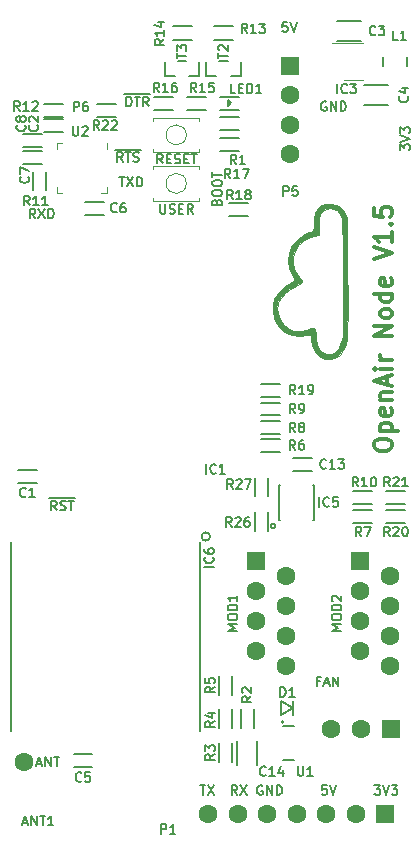
<source format=gbr>
G04 #@! TF.GenerationSoftware,KiCad,Pcbnew,(5.99.0-10229-ge8e7d13299)*
G04 #@! TF.CreationDate,2021-06-15T20:07:50+02:00*
G04 #@! TF.ProjectId,openair2,6f70656e-6169-4723-922e-6b696361645f,rev?*
G04 #@! TF.SameCoordinates,PX3473bc0PY1312d00*
G04 #@! TF.FileFunction,Legend,Top*
G04 #@! TF.FilePolarity,Positive*
%FSLAX46Y46*%
G04 Gerber Fmt 4.6, Leading zero omitted, Abs format (unit mm)*
G04 Created by KiCad (PCBNEW (5.99.0-10229-ge8e7d13299)) date 2021-06-15 20:07:50*
%MOMM*%
%LPD*%
G01*
G04 APERTURE LIST*
%ADD10C,0.300000*%
%ADD11C,0.150000*%
%ADD12C,0.010000*%
%ADD13C,0.120000*%
%ADD14C,0.200000*%
%ADD15R,1.600000X1.600000*%
%ADD16C,1.600000*%
G04 APERTURE END LIST*
D10*
X31363571Y-36464285D02*
X31363571Y-36178571D01*
X31435000Y-36035714D01*
X31577857Y-35892857D01*
X31863571Y-35821428D01*
X32363571Y-35821428D01*
X32649285Y-35892857D01*
X32792142Y-36035714D01*
X32863571Y-36178571D01*
X32863571Y-36464285D01*
X32792142Y-36607142D01*
X32649285Y-36750000D01*
X32363571Y-36821428D01*
X31863571Y-36821428D01*
X31577857Y-36750000D01*
X31435000Y-36607142D01*
X31363571Y-36464285D01*
X31863571Y-35178571D02*
X33363571Y-35178571D01*
X31935000Y-35178571D02*
X31863571Y-35035714D01*
X31863571Y-34750000D01*
X31935000Y-34607142D01*
X32006428Y-34535714D01*
X32149285Y-34464285D01*
X32577857Y-34464285D01*
X32720714Y-34535714D01*
X32792142Y-34607142D01*
X32863571Y-34750000D01*
X32863571Y-35035714D01*
X32792142Y-35178571D01*
X32792142Y-33250000D02*
X32863571Y-33392857D01*
X32863571Y-33678571D01*
X32792142Y-33821428D01*
X32649285Y-33892857D01*
X32077857Y-33892857D01*
X31935000Y-33821428D01*
X31863571Y-33678571D01*
X31863571Y-33392857D01*
X31935000Y-33250000D01*
X32077857Y-33178571D01*
X32220714Y-33178571D01*
X32363571Y-33892857D01*
X31863571Y-32535714D02*
X32863571Y-32535714D01*
X32006428Y-32535714D02*
X31935000Y-32464285D01*
X31863571Y-32321428D01*
X31863571Y-32107142D01*
X31935000Y-31964285D01*
X32077857Y-31892857D01*
X32863571Y-31892857D01*
X32435000Y-31250000D02*
X32435000Y-30535714D01*
X32863571Y-31392857D02*
X31363571Y-30892857D01*
X32863571Y-30392857D01*
X32863571Y-29892857D02*
X31863571Y-29892857D01*
X31363571Y-29892857D02*
X31435000Y-29964285D01*
X31506428Y-29892857D01*
X31435000Y-29821428D01*
X31363571Y-29892857D01*
X31506428Y-29892857D01*
X32863571Y-29178571D02*
X31863571Y-29178571D01*
X32149285Y-29178571D02*
X32006428Y-29107142D01*
X31935000Y-29035714D01*
X31863571Y-28892857D01*
X31863571Y-28750000D01*
X32863571Y-27107142D02*
X31363571Y-27107142D01*
X32863571Y-26250000D01*
X31363571Y-26250000D01*
X32863571Y-25321428D02*
X32792142Y-25464285D01*
X32720714Y-25535714D01*
X32577857Y-25607142D01*
X32149285Y-25607142D01*
X32006428Y-25535714D01*
X31935000Y-25464285D01*
X31863571Y-25321428D01*
X31863571Y-25107142D01*
X31935000Y-24964285D01*
X32006428Y-24892857D01*
X32149285Y-24821428D01*
X32577857Y-24821428D01*
X32720714Y-24892857D01*
X32792142Y-24964285D01*
X32863571Y-25107142D01*
X32863571Y-25321428D01*
X32863571Y-23535714D02*
X31363571Y-23535714D01*
X32792142Y-23535714D02*
X32863571Y-23678571D01*
X32863571Y-23964285D01*
X32792142Y-24107142D01*
X32720714Y-24178571D01*
X32577857Y-24250000D01*
X32149285Y-24250000D01*
X32006428Y-24178571D01*
X31935000Y-24107142D01*
X31863571Y-23964285D01*
X31863571Y-23678571D01*
X31935000Y-23535714D01*
X32792142Y-22250000D02*
X32863571Y-22392857D01*
X32863571Y-22678571D01*
X32792142Y-22821428D01*
X32649285Y-22892857D01*
X32077857Y-22892857D01*
X31935000Y-22821428D01*
X31863571Y-22678571D01*
X31863571Y-22392857D01*
X31935000Y-22250000D01*
X32077857Y-22178571D01*
X32220714Y-22178571D01*
X32363571Y-22892857D01*
X31363571Y-20607142D02*
X32863571Y-20107142D01*
X31363571Y-19607142D01*
X32863571Y-18321428D02*
X32863571Y-19178571D01*
X32863571Y-18750000D02*
X31363571Y-18750000D01*
X31577857Y-18892857D01*
X31720714Y-19035714D01*
X31792142Y-19178571D01*
X32720714Y-17678571D02*
X32792142Y-17607142D01*
X32863571Y-17678571D01*
X32792142Y-17750000D01*
X32720714Y-17678571D01*
X32863571Y-17678571D01*
X31363571Y-16250000D02*
X31363571Y-16964285D01*
X32077857Y-17035714D01*
X32006428Y-16964285D01*
X31935000Y-16821428D01*
X31935000Y-16464285D01*
X32006428Y-16321428D01*
X32077857Y-16250000D01*
X32220714Y-16178571D01*
X32577857Y-16178571D01*
X32720714Y-16250000D01*
X32792142Y-16321428D01*
X32863571Y-16464285D01*
X32863571Y-16821428D01*
X32792142Y-16964285D01*
X32720714Y-17035714D01*
D11*
X16600000Y-65161904D02*
X17057142Y-65161904D01*
X16828571Y-65961904D02*
X16828571Y-65161904D01*
X17247619Y-65161904D02*
X17780952Y-65961904D01*
X17780952Y-65161904D02*
X17247619Y-65961904D01*
X19761904Y-65961904D02*
X19495238Y-65580952D01*
X19304761Y-65961904D02*
X19304761Y-65161904D01*
X19609523Y-65161904D01*
X19685714Y-65200000D01*
X19723809Y-65238095D01*
X19761904Y-65314285D01*
X19761904Y-65428571D01*
X19723809Y-65504761D01*
X19685714Y-65542857D01*
X19609523Y-65580952D01*
X19304761Y-65580952D01*
X20028571Y-65161904D02*
X20561904Y-65961904D01*
X20561904Y-65161904D02*
X20028571Y-65961904D01*
X21895238Y-65200000D02*
X21819047Y-65161904D01*
X21704761Y-65161904D01*
X21590476Y-65200000D01*
X21514285Y-65276190D01*
X21476190Y-65352380D01*
X21438095Y-65504761D01*
X21438095Y-65619047D01*
X21476190Y-65771428D01*
X21514285Y-65847619D01*
X21590476Y-65923809D01*
X21704761Y-65961904D01*
X21780952Y-65961904D01*
X21895238Y-65923809D01*
X21933333Y-65885714D01*
X21933333Y-65619047D01*
X21780952Y-65619047D01*
X22276190Y-65961904D02*
X22276190Y-65161904D01*
X22733333Y-65961904D01*
X22733333Y-65161904D01*
X23114285Y-65961904D02*
X23114285Y-65161904D01*
X23304761Y-65161904D01*
X23419047Y-65200000D01*
X23495238Y-65276190D01*
X23533333Y-65352380D01*
X23571428Y-65504761D01*
X23571428Y-65619047D01*
X23533333Y-65771428D01*
X23495238Y-65847619D01*
X23419047Y-65923809D01*
X23304761Y-65961904D01*
X23114285Y-65961904D01*
X27342857Y-65161904D02*
X26961904Y-65161904D01*
X26923809Y-65542857D01*
X26961904Y-65504761D01*
X27038095Y-65466666D01*
X27228571Y-65466666D01*
X27304761Y-65504761D01*
X27342857Y-65542857D01*
X27380952Y-65619047D01*
X27380952Y-65809523D01*
X27342857Y-65885714D01*
X27304761Y-65923809D01*
X27228571Y-65961904D01*
X27038095Y-65961904D01*
X26961904Y-65923809D01*
X26923809Y-65885714D01*
X27609523Y-65161904D02*
X27876190Y-65961904D01*
X28142857Y-65161904D01*
X31380952Y-65161904D02*
X31876190Y-65161904D01*
X31609523Y-65466666D01*
X31723809Y-65466666D01*
X31800000Y-65504761D01*
X31838095Y-65542857D01*
X31876190Y-65619047D01*
X31876190Y-65809523D01*
X31838095Y-65885714D01*
X31800000Y-65923809D01*
X31723809Y-65961904D01*
X31495238Y-65961904D01*
X31419047Y-65923809D01*
X31380952Y-65885714D01*
X32104761Y-65161904D02*
X32371428Y-65961904D01*
X32638095Y-65161904D01*
X32828571Y-65161904D02*
X33323809Y-65161904D01*
X33057142Y-65466666D01*
X33171428Y-65466666D01*
X33247619Y-65504761D01*
X33285714Y-65542857D01*
X33323809Y-65619047D01*
X33323809Y-65809523D01*
X33285714Y-65885714D01*
X33247619Y-65923809D01*
X33171428Y-65961904D01*
X32942857Y-65961904D01*
X32866666Y-65923809D01*
X32828571Y-65885714D01*
X1866666Y-40685714D02*
X1828571Y-40723809D01*
X1714285Y-40761904D01*
X1638095Y-40761904D01*
X1523809Y-40723809D01*
X1447619Y-40647619D01*
X1409523Y-40571428D01*
X1371428Y-40419047D01*
X1371428Y-40304761D01*
X1409523Y-40152380D01*
X1447619Y-40076190D01*
X1523809Y-40000000D01*
X1638095Y-39961904D01*
X1714285Y-39961904D01*
X1828571Y-40000000D01*
X1866666Y-40038095D01*
X2628571Y-40761904D02*
X2171428Y-40761904D01*
X2400000Y-40761904D02*
X2400000Y-39961904D01*
X2323809Y-40076190D01*
X2247619Y-40152380D01*
X2171428Y-40190476D01*
X20585714Y-1461904D02*
X20319047Y-1080952D01*
X20128571Y-1461904D02*
X20128571Y-661904D01*
X20433333Y-661904D01*
X20509523Y-700000D01*
X20547619Y-738095D01*
X20585714Y-814285D01*
X20585714Y-928571D01*
X20547619Y-1004761D01*
X20509523Y-1042857D01*
X20433333Y-1080952D01*
X20128571Y-1080952D01*
X21347619Y-1461904D02*
X20890476Y-1461904D01*
X21119047Y-1461904D02*
X21119047Y-661904D01*
X21042857Y-776190D01*
X20966666Y-852380D01*
X20890476Y-890476D01*
X21614285Y-661904D02*
X22109523Y-661904D01*
X21842857Y-966666D01*
X21957142Y-966666D01*
X22033333Y-1004761D01*
X22071428Y-1042857D01*
X22109523Y-1119047D01*
X22109523Y-1309523D01*
X22071428Y-1385714D01*
X22033333Y-1423809D01*
X21957142Y-1461904D01*
X21728571Y-1461904D01*
X21652380Y-1423809D01*
X21614285Y-1385714D01*
X13561904Y-2014285D02*
X13180952Y-2280952D01*
X13561904Y-2471428D02*
X12761904Y-2471428D01*
X12761904Y-2166666D01*
X12800000Y-2090476D01*
X12838095Y-2052380D01*
X12914285Y-2014285D01*
X13028571Y-2014285D01*
X13104761Y-2052380D01*
X13142857Y-2090476D01*
X13180952Y-2166666D01*
X13180952Y-2471428D01*
X13561904Y-1252380D02*
X13561904Y-1709523D01*
X13561904Y-1480952D02*
X12761904Y-1480952D01*
X12876190Y-1557142D01*
X12952380Y-1633333D01*
X12990476Y-1709523D01*
X13028571Y-566666D02*
X13561904Y-566666D01*
X12723809Y-757142D02*
X13295238Y-947619D01*
X13295238Y-452380D01*
X18161904Y-3609523D02*
X18161904Y-3152380D01*
X18961904Y-3380952D02*
X18161904Y-3380952D01*
X18238095Y-2923809D02*
X18200000Y-2885714D01*
X18161904Y-2809523D01*
X18161904Y-2619047D01*
X18200000Y-2542857D01*
X18238095Y-2504761D01*
X18314285Y-2466666D01*
X18390476Y-2466666D01*
X18504761Y-2504761D01*
X18961904Y-2961904D01*
X18961904Y-2466666D01*
X14661904Y-3609523D02*
X14661904Y-3152380D01*
X15461904Y-3380952D02*
X14661904Y-3380952D01*
X14661904Y-2961904D02*
X14661904Y-2466666D01*
X14966666Y-2733333D01*
X14966666Y-2619047D01*
X15004761Y-2542857D01*
X15042857Y-2504761D01*
X15119047Y-2466666D01*
X15309523Y-2466666D01*
X15385714Y-2504761D01*
X15423809Y-2542857D01*
X15461904Y-2619047D01*
X15461904Y-2847619D01*
X15423809Y-2923809D01*
X15385714Y-2961904D01*
X16285714Y-6461904D02*
X16019047Y-6080952D01*
X15828571Y-6461904D02*
X15828571Y-5661904D01*
X16133333Y-5661904D01*
X16209523Y-5700000D01*
X16247619Y-5738095D01*
X16285714Y-5814285D01*
X16285714Y-5928571D01*
X16247619Y-6004761D01*
X16209523Y-6042857D01*
X16133333Y-6080952D01*
X15828571Y-6080952D01*
X17047619Y-6461904D02*
X16590476Y-6461904D01*
X16819047Y-6461904D02*
X16819047Y-5661904D01*
X16742857Y-5776190D01*
X16666666Y-5852380D01*
X16590476Y-5890476D01*
X17771428Y-5661904D02*
X17390476Y-5661904D01*
X17352380Y-6042857D01*
X17390476Y-6004761D01*
X17466666Y-5966666D01*
X17657142Y-5966666D01*
X17733333Y-6004761D01*
X17771428Y-6042857D01*
X17809523Y-6119047D01*
X17809523Y-6309523D01*
X17771428Y-6385714D01*
X17733333Y-6423809D01*
X17657142Y-6461904D01*
X17466666Y-6461904D01*
X17390476Y-6423809D01*
X17352380Y-6385714D01*
X13135714Y-6461904D02*
X12869047Y-6080952D01*
X12678571Y-6461904D02*
X12678571Y-5661904D01*
X12983333Y-5661904D01*
X13059523Y-5700000D01*
X13097619Y-5738095D01*
X13135714Y-5814285D01*
X13135714Y-5928571D01*
X13097619Y-6004761D01*
X13059523Y-6042857D01*
X12983333Y-6080952D01*
X12678571Y-6080952D01*
X13897619Y-6461904D02*
X13440476Y-6461904D01*
X13669047Y-6461904D02*
X13669047Y-5661904D01*
X13592857Y-5776190D01*
X13516666Y-5852380D01*
X13440476Y-5890476D01*
X14583333Y-5661904D02*
X14430952Y-5661904D01*
X14354761Y-5700000D01*
X14316666Y-5738095D01*
X14240476Y-5852380D01*
X14202380Y-6004761D01*
X14202380Y-6309523D01*
X14240476Y-6385714D01*
X14278571Y-6423809D01*
X14354761Y-6461904D01*
X14507142Y-6461904D01*
X14583333Y-6423809D01*
X14621428Y-6385714D01*
X14659523Y-6309523D01*
X14659523Y-6119047D01*
X14621428Y-6042857D01*
X14583333Y-6004761D01*
X14507142Y-5966666D01*
X14354761Y-5966666D01*
X14278571Y-6004761D01*
X14240476Y-6042857D01*
X14202380Y-6119047D01*
X19604761Y-6561904D02*
X19223809Y-6561904D01*
X19223809Y-5761904D01*
X19871428Y-6142857D02*
X20138095Y-6142857D01*
X20252380Y-6561904D02*
X19871428Y-6561904D01*
X19871428Y-5761904D01*
X20252380Y-5761904D01*
X20595238Y-6561904D02*
X20595238Y-5761904D01*
X20785714Y-5761904D01*
X20900000Y-5800000D01*
X20976190Y-5876190D01*
X21014285Y-5952380D01*
X21052380Y-6104761D01*
X21052380Y-6219047D01*
X21014285Y-6371428D01*
X20976190Y-6447619D01*
X20900000Y-6523809D01*
X20785714Y-6561904D01*
X20595238Y-6561904D01*
X21814285Y-6561904D02*
X21357142Y-6561904D01*
X21585714Y-6561904D02*
X21585714Y-5761904D01*
X21509523Y-5876190D01*
X21433333Y-5952380D01*
X21357142Y-5990476D01*
X19185714Y-13761904D02*
X18919047Y-13380952D01*
X18728571Y-13761904D02*
X18728571Y-12961904D01*
X19033333Y-12961904D01*
X19109523Y-13000000D01*
X19147619Y-13038095D01*
X19185714Y-13114285D01*
X19185714Y-13228571D01*
X19147619Y-13304761D01*
X19109523Y-13342857D01*
X19033333Y-13380952D01*
X18728571Y-13380952D01*
X19947619Y-13761904D02*
X19490476Y-13761904D01*
X19719047Y-13761904D02*
X19719047Y-12961904D01*
X19642857Y-13076190D01*
X19566666Y-13152380D01*
X19490476Y-13190476D01*
X20214285Y-12961904D02*
X20747619Y-12961904D01*
X20404761Y-13761904D01*
X19385714Y-15561904D02*
X19119047Y-15180952D01*
X18928571Y-15561904D02*
X18928571Y-14761904D01*
X19233333Y-14761904D01*
X19309523Y-14800000D01*
X19347619Y-14838095D01*
X19385714Y-14914285D01*
X19385714Y-15028571D01*
X19347619Y-15104761D01*
X19309523Y-15142857D01*
X19233333Y-15180952D01*
X18928571Y-15180952D01*
X20147619Y-15561904D02*
X19690476Y-15561904D01*
X19919047Y-15561904D02*
X19919047Y-14761904D01*
X19842857Y-14876190D01*
X19766666Y-14952380D01*
X19690476Y-14990476D01*
X20604761Y-15104761D02*
X20528571Y-15066666D01*
X20490476Y-15028571D01*
X20452380Y-14952380D01*
X20452380Y-14914285D01*
X20490476Y-14838095D01*
X20528571Y-14800000D01*
X20604761Y-14761904D01*
X20757142Y-14761904D01*
X20833333Y-14800000D01*
X20871428Y-14838095D01*
X20909523Y-14914285D01*
X20909523Y-14952380D01*
X20871428Y-15028571D01*
X20833333Y-15066666D01*
X20757142Y-15104761D01*
X20604761Y-15104761D01*
X20528571Y-15142857D01*
X20490476Y-15180952D01*
X20452380Y-15257142D01*
X20452380Y-15409523D01*
X20490476Y-15485714D01*
X20528571Y-15523809D01*
X20604761Y-15561904D01*
X20757142Y-15561904D01*
X20833333Y-15523809D01*
X20871428Y-15485714D01*
X20909523Y-15409523D01*
X20909523Y-15257142D01*
X20871428Y-15180952D01*
X20833333Y-15142857D01*
X20757142Y-15104761D01*
X17119047Y-38761904D02*
X17119047Y-37961904D01*
X17957142Y-38685714D02*
X17919047Y-38723809D01*
X17804761Y-38761904D01*
X17728571Y-38761904D01*
X17614285Y-38723809D01*
X17538095Y-38647619D01*
X17500000Y-38571428D01*
X17461904Y-38419047D01*
X17461904Y-38304761D01*
X17500000Y-38152380D01*
X17538095Y-38076190D01*
X17614285Y-38000000D01*
X17728571Y-37961904D01*
X17804761Y-37961904D01*
X17919047Y-38000000D01*
X17957142Y-38038095D01*
X18719047Y-38761904D02*
X18261904Y-38761904D01*
X18490476Y-38761904D02*
X18490476Y-37961904D01*
X18414285Y-38076190D01*
X18338095Y-38152380D01*
X18261904Y-38190476D01*
X19666666Y-12561904D02*
X19400000Y-12180952D01*
X19209523Y-12561904D02*
X19209523Y-11761904D01*
X19514285Y-11761904D01*
X19590476Y-11800000D01*
X19628571Y-11838095D01*
X19666666Y-11914285D01*
X19666666Y-12028571D01*
X19628571Y-12104761D01*
X19590476Y-12142857D01*
X19514285Y-12180952D01*
X19209523Y-12180952D01*
X20428571Y-12561904D02*
X19971428Y-12561904D01*
X20200000Y-12561904D02*
X20200000Y-11761904D01*
X20123809Y-11876190D01*
X20047619Y-11952380D01*
X19971428Y-11990476D01*
X6566666Y-64785714D02*
X6528571Y-64823809D01*
X6414285Y-64861904D01*
X6338095Y-64861904D01*
X6223809Y-64823809D01*
X6147619Y-64747619D01*
X6109523Y-64671428D01*
X6071428Y-64519047D01*
X6071428Y-64404761D01*
X6109523Y-64252380D01*
X6147619Y-64176190D01*
X6223809Y-64100000D01*
X6338095Y-64061904D01*
X6414285Y-64061904D01*
X6528571Y-64100000D01*
X6566666Y-64138095D01*
X7290476Y-64061904D02*
X6909523Y-64061904D01*
X6871428Y-64442857D01*
X6909523Y-64404761D01*
X6985714Y-64366666D01*
X7176190Y-64366666D01*
X7252380Y-64404761D01*
X7290476Y-64442857D01*
X7328571Y-64519047D01*
X7328571Y-64709523D01*
X7290476Y-64785714D01*
X7252380Y-64823809D01*
X7176190Y-64861904D01*
X6985714Y-64861904D01*
X6909523Y-64823809D01*
X6871428Y-64785714D01*
X26719047Y-41561904D02*
X26719047Y-40761904D01*
X27557142Y-41485714D02*
X27519047Y-41523809D01*
X27404761Y-41561904D01*
X27328571Y-41561904D01*
X27214285Y-41523809D01*
X27138095Y-41447619D01*
X27100000Y-41371428D01*
X27061904Y-41219047D01*
X27061904Y-41104761D01*
X27100000Y-40952380D01*
X27138095Y-40876190D01*
X27214285Y-40800000D01*
X27328571Y-40761904D01*
X27404761Y-40761904D01*
X27519047Y-40800000D01*
X27557142Y-40838095D01*
X28280952Y-40761904D02*
X27900000Y-40761904D01*
X27861904Y-41142857D01*
X27900000Y-41104761D01*
X27976190Y-41066666D01*
X28166666Y-41066666D01*
X28242857Y-41104761D01*
X28280952Y-41142857D01*
X28319047Y-41219047D01*
X28319047Y-41409523D01*
X28280952Y-41485714D01*
X28242857Y-41523809D01*
X28166666Y-41561904D01*
X27976190Y-41561904D01*
X27900000Y-41523809D01*
X27861904Y-41485714D01*
X19285714Y-43261904D02*
X19019047Y-42880952D01*
X18828571Y-43261904D02*
X18828571Y-42461904D01*
X19133333Y-42461904D01*
X19209523Y-42500000D01*
X19247619Y-42538095D01*
X19285714Y-42614285D01*
X19285714Y-42728571D01*
X19247619Y-42804761D01*
X19209523Y-42842857D01*
X19133333Y-42880952D01*
X18828571Y-42880952D01*
X19590476Y-42538095D02*
X19628571Y-42500000D01*
X19704761Y-42461904D01*
X19895238Y-42461904D01*
X19971428Y-42500000D01*
X20009523Y-42538095D01*
X20047619Y-42614285D01*
X20047619Y-42690476D01*
X20009523Y-42804761D01*
X19552380Y-43261904D01*
X20047619Y-43261904D01*
X20733333Y-42461904D02*
X20580952Y-42461904D01*
X20504761Y-42500000D01*
X20466666Y-42538095D01*
X20390476Y-42652380D01*
X20352380Y-42804761D01*
X20352380Y-43109523D01*
X20390476Y-43185714D01*
X20428571Y-43223809D01*
X20504761Y-43261904D01*
X20657142Y-43261904D01*
X20733333Y-43223809D01*
X20771428Y-43185714D01*
X20809523Y-43109523D01*
X20809523Y-42919047D01*
X20771428Y-42842857D01*
X20733333Y-42804761D01*
X20657142Y-42766666D01*
X20504761Y-42766666D01*
X20428571Y-42804761D01*
X20390476Y-42842857D01*
X20352380Y-42919047D01*
X19385714Y-40061904D02*
X19119047Y-39680952D01*
X18928571Y-40061904D02*
X18928571Y-39261904D01*
X19233333Y-39261904D01*
X19309523Y-39300000D01*
X19347619Y-39338095D01*
X19385714Y-39414285D01*
X19385714Y-39528571D01*
X19347619Y-39604761D01*
X19309523Y-39642857D01*
X19233333Y-39680952D01*
X18928571Y-39680952D01*
X19690476Y-39338095D02*
X19728571Y-39300000D01*
X19804761Y-39261904D01*
X19995238Y-39261904D01*
X20071428Y-39300000D01*
X20109523Y-39338095D01*
X20147619Y-39414285D01*
X20147619Y-39490476D01*
X20109523Y-39604761D01*
X19652380Y-40061904D01*
X20147619Y-40061904D01*
X20414285Y-39261904D02*
X20947619Y-39261904D01*
X20604761Y-40061904D01*
X27285714Y-38285714D02*
X27247619Y-38323809D01*
X27133333Y-38361904D01*
X27057142Y-38361904D01*
X26942857Y-38323809D01*
X26866666Y-38247619D01*
X26828571Y-38171428D01*
X26790476Y-38019047D01*
X26790476Y-37904761D01*
X26828571Y-37752380D01*
X26866666Y-37676190D01*
X26942857Y-37600000D01*
X27057142Y-37561904D01*
X27133333Y-37561904D01*
X27247619Y-37600000D01*
X27285714Y-37638095D01*
X28047619Y-38361904D02*
X27590476Y-38361904D01*
X27819047Y-38361904D02*
X27819047Y-37561904D01*
X27742857Y-37676190D01*
X27666666Y-37752380D01*
X27590476Y-37790476D01*
X28314285Y-37561904D02*
X28809523Y-37561904D01*
X28542857Y-37866666D01*
X28657142Y-37866666D01*
X28733333Y-37904761D01*
X28771428Y-37942857D01*
X28809523Y-38019047D01*
X28809523Y-38209523D01*
X28771428Y-38285714D01*
X28733333Y-38323809D01*
X28657142Y-38361904D01*
X28428571Y-38361904D01*
X28352380Y-38323809D01*
X28314285Y-38285714D01*
X33561904Y-11390476D02*
X33561904Y-10895238D01*
X33866666Y-11161904D01*
X33866666Y-11047619D01*
X33904761Y-10971428D01*
X33942857Y-10933333D01*
X34019047Y-10895238D01*
X34209523Y-10895238D01*
X34285714Y-10933333D01*
X34323809Y-10971428D01*
X34361904Y-11047619D01*
X34361904Y-11276190D01*
X34323809Y-11352380D01*
X34285714Y-11390476D01*
X33561904Y-10666666D02*
X34361904Y-10400000D01*
X33561904Y-10133333D01*
X33561904Y-9942857D02*
X33561904Y-9447619D01*
X33866666Y-9714285D01*
X33866666Y-9600000D01*
X33904761Y-9523809D01*
X33942857Y-9485714D01*
X34019047Y-9447619D01*
X34209523Y-9447619D01*
X34285714Y-9485714D01*
X34323809Y-9523809D01*
X34361904Y-9600000D01*
X34361904Y-9828571D01*
X34323809Y-9904761D01*
X34285714Y-9942857D01*
X27290476Y-7300000D02*
X27214285Y-7261904D01*
X27100000Y-7261904D01*
X26985714Y-7300000D01*
X26909523Y-7376190D01*
X26871428Y-7452380D01*
X26833333Y-7604761D01*
X26833333Y-7719047D01*
X26871428Y-7871428D01*
X26909523Y-7947619D01*
X26985714Y-8023809D01*
X27100000Y-8061904D01*
X27176190Y-8061904D01*
X27290476Y-8023809D01*
X27328571Y-7985714D01*
X27328571Y-7719047D01*
X27176190Y-7719047D01*
X27671428Y-8061904D02*
X27671428Y-7261904D01*
X28128571Y-8061904D01*
X28128571Y-7261904D01*
X28509523Y-8061904D02*
X28509523Y-7261904D01*
X28700000Y-7261904D01*
X28814285Y-7300000D01*
X28890476Y-7376190D01*
X28928571Y-7452380D01*
X28966666Y-7604761D01*
X28966666Y-7719047D01*
X28928571Y-7871428D01*
X28890476Y-7947619D01*
X28814285Y-8023809D01*
X28700000Y-8061904D01*
X28509523Y-8061904D01*
X9790476Y-13661904D02*
X10247619Y-13661904D01*
X10019047Y-14461904D02*
X10019047Y-13661904D01*
X10438095Y-13661904D02*
X10971428Y-14461904D01*
X10971428Y-13661904D02*
X10438095Y-14461904D01*
X11276190Y-14461904D02*
X11276190Y-13661904D01*
X11466666Y-13661904D01*
X11580952Y-13700000D01*
X11657142Y-13776190D01*
X11695238Y-13852380D01*
X11733333Y-14004761D01*
X11733333Y-14119047D01*
X11695238Y-14271428D01*
X11657142Y-14347619D01*
X11580952Y-14423809D01*
X11466666Y-14461904D01*
X11276190Y-14461904D01*
X9414285Y-11336000D02*
X10214285Y-11336000D01*
X10061904Y-12361904D02*
X9795238Y-11980952D01*
X9604761Y-12361904D02*
X9604761Y-11561904D01*
X9909523Y-11561904D01*
X9985714Y-11600000D01*
X10023809Y-11638095D01*
X10061904Y-11714285D01*
X10061904Y-11828571D01*
X10023809Y-11904761D01*
X9985714Y-11942857D01*
X9909523Y-11980952D01*
X9604761Y-11980952D01*
X10214285Y-11336000D02*
X10823809Y-11336000D01*
X10290476Y-11561904D02*
X10747619Y-11561904D01*
X10519047Y-12361904D02*
X10519047Y-11561904D01*
X10823809Y-11336000D02*
X11585714Y-11336000D01*
X10976190Y-12323809D02*
X11090476Y-12361904D01*
X11280952Y-12361904D01*
X11357142Y-12323809D01*
X11395238Y-12285714D01*
X11433333Y-12209523D01*
X11433333Y-12133333D01*
X11395238Y-12057142D01*
X11357142Y-12019047D01*
X11280952Y-11980952D01*
X11128571Y-11942857D01*
X11052380Y-11904761D01*
X11014285Y-11866666D01*
X10976190Y-11790476D01*
X10976190Y-11714285D01*
X11014285Y-11638095D01*
X11052380Y-11600000D01*
X11128571Y-11561904D01*
X11319047Y-11561904D01*
X11433333Y-11600000D01*
X2666666Y-17161904D02*
X2400000Y-16780952D01*
X2209523Y-17161904D02*
X2209523Y-16361904D01*
X2514285Y-16361904D01*
X2590476Y-16400000D01*
X2628571Y-16438095D01*
X2666666Y-16514285D01*
X2666666Y-16628571D01*
X2628571Y-16704761D01*
X2590476Y-16742857D01*
X2514285Y-16780952D01*
X2209523Y-16780952D01*
X2933333Y-16361904D02*
X3466666Y-17161904D01*
X3466666Y-16361904D02*
X2933333Y-17161904D01*
X3771428Y-17161904D02*
X3771428Y-16361904D01*
X3961904Y-16361904D01*
X4076190Y-16400000D01*
X4152380Y-16476190D01*
X4190476Y-16552380D01*
X4228571Y-16704761D01*
X4228571Y-16819047D01*
X4190476Y-16971428D01*
X4152380Y-17047619D01*
X4076190Y-17123809D01*
X3961904Y-17161904D01*
X3771428Y-17161904D01*
X10195238Y-6636000D02*
X10995238Y-6636000D01*
X10385714Y-7661904D02*
X10385714Y-6861904D01*
X10576190Y-6861904D01*
X10690476Y-6900000D01*
X10766666Y-6976190D01*
X10804761Y-7052380D01*
X10842857Y-7204761D01*
X10842857Y-7319047D01*
X10804761Y-7471428D01*
X10766666Y-7547619D01*
X10690476Y-7623809D01*
X10576190Y-7661904D01*
X10385714Y-7661904D01*
X10995238Y-6636000D02*
X11604761Y-6636000D01*
X11071428Y-6861904D02*
X11528571Y-6861904D01*
X11300000Y-7661904D02*
X11300000Y-6861904D01*
X11604761Y-6636000D02*
X12404761Y-6636000D01*
X12252380Y-7661904D02*
X11985714Y-7280952D01*
X11795238Y-7661904D02*
X11795238Y-6861904D01*
X12100000Y-6861904D01*
X12176190Y-6900000D01*
X12214285Y-6938095D01*
X12252380Y-7014285D01*
X12252380Y-7128571D01*
X12214285Y-7204761D01*
X12176190Y-7242857D01*
X12100000Y-7280952D01*
X11795238Y-7280952D01*
X17761904Y-46680952D02*
X16961904Y-46680952D01*
X17685714Y-45842857D02*
X17723809Y-45880952D01*
X17761904Y-45995238D01*
X17761904Y-46071428D01*
X17723809Y-46185714D01*
X17647619Y-46261904D01*
X17571428Y-46300000D01*
X17419047Y-46338095D01*
X17304761Y-46338095D01*
X17152380Y-46300000D01*
X17076190Y-46261904D01*
X17000000Y-46185714D01*
X16961904Y-46071428D01*
X16961904Y-45995238D01*
X17000000Y-45880952D01*
X17038095Y-45842857D01*
X16961904Y-45157142D02*
X16961904Y-45309523D01*
X17000000Y-45385714D01*
X17038095Y-45423809D01*
X17152380Y-45500000D01*
X17304761Y-45538095D01*
X17609523Y-45538095D01*
X17685714Y-45500000D01*
X17723809Y-45461904D01*
X17761904Y-45385714D01*
X17761904Y-45233333D01*
X17723809Y-45157142D01*
X17685714Y-45119047D01*
X17609523Y-45080952D01*
X17419047Y-45080952D01*
X17342857Y-45119047D01*
X17304761Y-45157142D01*
X17266666Y-45233333D01*
X17266666Y-45385714D01*
X17304761Y-45461904D01*
X17342857Y-45500000D01*
X17419047Y-45538095D01*
X13438095Y-12511904D02*
X13171428Y-12130952D01*
X12980952Y-12511904D02*
X12980952Y-11711904D01*
X13285714Y-11711904D01*
X13361904Y-11750000D01*
X13400000Y-11788095D01*
X13438095Y-11864285D01*
X13438095Y-11978571D01*
X13400000Y-12054761D01*
X13361904Y-12092857D01*
X13285714Y-12130952D01*
X12980952Y-12130952D01*
X13780952Y-12092857D02*
X14047619Y-12092857D01*
X14161904Y-12511904D02*
X13780952Y-12511904D01*
X13780952Y-11711904D01*
X14161904Y-11711904D01*
X14466666Y-12473809D02*
X14580952Y-12511904D01*
X14771428Y-12511904D01*
X14847619Y-12473809D01*
X14885714Y-12435714D01*
X14923809Y-12359523D01*
X14923809Y-12283333D01*
X14885714Y-12207142D01*
X14847619Y-12169047D01*
X14771428Y-12130952D01*
X14619047Y-12092857D01*
X14542857Y-12054761D01*
X14504761Y-12016666D01*
X14466666Y-11940476D01*
X14466666Y-11864285D01*
X14504761Y-11788095D01*
X14542857Y-11750000D01*
X14619047Y-11711904D01*
X14809523Y-11711904D01*
X14923809Y-11750000D01*
X15266666Y-12092857D02*
X15533333Y-12092857D01*
X15647619Y-12511904D02*
X15266666Y-12511904D01*
X15266666Y-11711904D01*
X15647619Y-11711904D01*
X15876190Y-11711904D02*
X16333333Y-11711904D01*
X16104761Y-12511904D02*
X16104761Y-11711904D01*
X13228571Y-15961904D02*
X13228571Y-16609523D01*
X13266666Y-16685714D01*
X13304761Y-16723809D01*
X13380952Y-16761904D01*
X13533333Y-16761904D01*
X13609523Y-16723809D01*
X13647619Y-16685714D01*
X13685714Y-16609523D01*
X13685714Y-15961904D01*
X14028571Y-16723809D02*
X14142857Y-16761904D01*
X14333333Y-16761904D01*
X14409523Y-16723809D01*
X14447619Y-16685714D01*
X14485714Y-16609523D01*
X14485714Y-16533333D01*
X14447619Y-16457142D01*
X14409523Y-16419047D01*
X14333333Y-16380952D01*
X14180952Y-16342857D01*
X14104761Y-16304761D01*
X14066666Y-16266666D01*
X14028571Y-16190476D01*
X14028571Y-16114285D01*
X14066666Y-16038095D01*
X14104761Y-16000000D01*
X14180952Y-15961904D01*
X14371428Y-15961904D01*
X14485714Y-16000000D01*
X14828571Y-16342857D02*
X15095238Y-16342857D01*
X15209523Y-16761904D02*
X14828571Y-16761904D01*
X14828571Y-15961904D01*
X15209523Y-15961904D01*
X16009523Y-16761904D02*
X15742857Y-16380952D01*
X15552380Y-16761904D02*
X15552380Y-15961904D01*
X15857142Y-15961904D01*
X15933333Y-16000000D01*
X15971428Y-16038095D01*
X16009523Y-16114285D01*
X16009523Y-16228571D01*
X15971428Y-16304761D01*
X15933333Y-16342857D01*
X15857142Y-16380952D01*
X15552380Y-16380952D01*
X19761904Y-52066666D02*
X18961904Y-52066666D01*
X19533333Y-51800000D01*
X18961904Y-51533333D01*
X19761904Y-51533333D01*
X18961904Y-51000000D02*
X18961904Y-50847619D01*
X19000000Y-50771428D01*
X19076190Y-50695238D01*
X19228571Y-50657142D01*
X19495238Y-50657142D01*
X19647619Y-50695238D01*
X19723809Y-50771428D01*
X19761904Y-50847619D01*
X19761904Y-51000000D01*
X19723809Y-51076190D01*
X19647619Y-51152380D01*
X19495238Y-51190476D01*
X19228571Y-51190476D01*
X19076190Y-51152380D01*
X19000000Y-51076190D01*
X18961904Y-51000000D01*
X19761904Y-50314285D02*
X18961904Y-50314285D01*
X18961904Y-50123809D01*
X19000000Y-50009523D01*
X19076190Y-49933333D01*
X19152380Y-49895238D01*
X19304761Y-49857142D01*
X19419047Y-49857142D01*
X19571428Y-49895238D01*
X19647619Y-49933333D01*
X19723809Y-50009523D01*
X19761904Y-50123809D01*
X19761904Y-50314285D01*
X19761904Y-49095238D02*
X19761904Y-49552380D01*
X19761904Y-49323809D02*
X18961904Y-49323809D01*
X19076190Y-49400000D01*
X19152380Y-49476190D01*
X19190476Y-49552380D01*
X28561904Y-52066666D02*
X27761904Y-52066666D01*
X28333333Y-51800000D01*
X27761904Y-51533333D01*
X28561904Y-51533333D01*
X27761904Y-51000000D02*
X27761904Y-50847619D01*
X27800000Y-50771428D01*
X27876190Y-50695238D01*
X28028571Y-50657142D01*
X28295238Y-50657142D01*
X28447619Y-50695238D01*
X28523809Y-50771428D01*
X28561904Y-50847619D01*
X28561904Y-51000000D01*
X28523809Y-51076190D01*
X28447619Y-51152380D01*
X28295238Y-51190476D01*
X28028571Y-51190476D01*
X27876190Y-51152380D01*
X27800000Y-51076190D01*
X27761904Y-51000000D01*
X28561904Y-50314285D02*
X27761904Y-50314285D01*
X27761904Y-50123809D01*
X27800000Y-50009523D01*
X27876190Y-49933333D01*
X27952380Y-49895238D01*
X28104761Y-49857142D01*
X28219047Y-49857142D01*
X28371428Y-49895238D01*
X28447619Y-49933333D01*
X28523809Y-50009523D01*
X28561904Y-50123809D01*
X28561904Y-50314285D01*
X27838095Y-49552380D02*
X27800000Y-49514285D01*
X27761904Y-49438095D01*
X27761904Y-49247619D01*
X27800000Y-49171428D01*
X27838095Y-49133333D01*
X27914285Y-49095238D01*
X27990476Y-49095238D01*
X28104761Y-49133333D01*
X28561904Y-49590476D01*
X28561904Y-49095238D01*
X23409523Y-57661904D02*
X23409523Y-56861904D01*
X23600000Y-56861904D01*
X23714285Y-56900000D01*
X23790476Y-56976190D01*
X23828571Y-57052380D01*
X23866666Y-57204761D01*
X23866666Y-57319047D01*
X23828571Y-57471428D01*
X23790476Y-57547619D01*
X23714285Y-57623809D01*
X23600000Y-57661904D01*
X23409523Y-57661904D01*
X24628571Y-57661904D02*
X24171428Y-57661904D01*
X24400000Y-57661904D02*
X24400000Y-56861904D01*
X24323809Y-56976190D01*
X24247619Y-57052380D01*
X24171428Y-57090476D01*
X26752380Y-56342857D02*
X26485714Y-56342857D01*
X26485714Y-56761904D02*
X26485714Y-55961904D01*
X26866666Y-55961904D01*
X27133333Y-56533333D02*
X27514285Y-56533333D01*
X27057142Y-56761904D02*
X27323809Y-55961904D01*
X27590476Y-56761904D01*
X27857142Y-56761904D02*
X27857142Y-55961904D01*
X28314285Y-56761904D01*
X28314285Y-55961904D01*
X20961904Y-57633333D02*
X20580952Y-57900000D01*
X20961904Y-58090476D02*
X20161904Y-58090476D01*
X20161904Y-57785714D01*
X20200000Y-57709523D01*
X20238095Y-57671428D01*
X20314285Y-57633333D01*
X20428571Y-57633333D01*
X20504761Y-57671428D01*
X20542857Y-57709523D01*
X20580952Y-57785714D01*
X20580952Y-58090476D01*
X20238095Y-57328571D02*
X20200000Y-57290476D01*
X20161904Y-57214285D01*
X20161904Y-57023809D01*
X20200000Y-56947619D01*
X20238095Y-56909523D01*
X20314285Y-56871428D01*
X20390476Y-56871428D01*
X20504761Y-56909523D01*
X20961904Y-57366666D01*
X20961904Y-56871428D01*
X17861904Y-62533333D02*
X17480952Y-62800000D01*
X17861904Y-62990476D02*
X17061904Y-62990476D01*
X17061904Y-62685714D01*
X17100000Y-62609523D01*
X17138095Y-62571428D01*
X17214285Y-62533333D01*
X17328571Y-62533333D01*
X17404761Y-62571428D01*
X17442857Y-62609523D01*
X17480952Y-62685714D01*
X17480952Y-62990476D01*
X17061904Y-62266666D02*
X17061904Y-61771428D01*
X17366666Y-62038095D01*
X17366666Y-61923809D01*
X17404761Y-61847619D01*
X17442857Y-61809523D01*
X17519047Y-61771428D01*
X17709523Y-61771428D01*
X17785714Y-61809523D01*
X17823809Y-61847619D01*
X17861904Y-61923809D01*
X17861904Y-62152380D01*
X17823809Y-62228571D01*
X17785714Y-62266666D01*
X1604761Y-68333333D02*
X1985714Y-68333333D01*
X1528571Y-68561904D02*
X1795238Y-67761904D01*
X2061904Y-68561904D01*
X2328571Y-68561904D02*
X2328571Y-67761904D01*
X2785714Y-68561904D01*
X2785714Y-67761904D01*
X3052380Y-67761904D02*
X3509523Y-67761904D01*
X3280952Y-68561904D02*
X3280952Y-67761904D01*
X4195238Y-68561904D02*
X3738095Y-68561904D01*
X3966666Y-68561904D02*
X3966666Y-67761904D01*
X3890476Y-67876190D01*
X3814285Y-67952380D01*
X3738095Y-67990476D01*
X2785714Y-63333333D02*
X3166666Y-63333333D01*
X2709523Y-63561904D02*
X2976190Y-62761904D01*
X3242857Y-63561904D01*
X3509523Y-63561904D02*
X3509523Y-62761904D01*
X3966666Y-63561904D01*
X3966666Y-62761904D01*
X4233333Y-62761904D02*
X4690476Y-62761904D01*
X4461904Y-63561904D02*
X4461904Y-62761904D01*
X24890476Y-63561904D02*
X24890476Y-64209523D01*
X24928571Y-64285714D01*
X24966666Y-64323809D01*
X25042857Y-64361904D01*
X25195238Y-64361904D01*
X25271428Y-64323809D01*
X25309523Y-64285714D01*
X25347619Y-64209523D01*
X25347619Y-63561904D01*
X26147619Y-64361904D02*
X25690476Y-64361904D01*
X25919047Y-64361904D02*
X25919047Y-63561904D01*
X25842857Y-63676190D01*
X25766666Y-63752380D01*
X25690476Y-63790476D01*
X3814285Y-40836000D02*
X4614285Y-40836000D01*
X4461904Y-41861904D02*
X4195238Y-41480952D01*
X4004761Y-41861904D02*
X4004761Y-41061904D01*
X4309523Y-41061904D01*
X4385714Y-41100000D01*
X4423809Y-41138095D01*
X4461904Y-41214285D01*
X4461904Y-41328571D01*
X4423809Y-41404761D01*
X4385714Y-41442857D01*
X4309523Y-41480952D01*
X4004761Y-41480952D01*
X4614285Y-40836000D02*
X5376190Y-40836000D01*
X4766666Y-41823809D02*
X4880952Y-41861904D01*
X5071428Y-41861904D01*
X5147619Y-41823809D01*
X5185714Y-41785714D01*
X5223809Y-41709523D01*
X5223809Y-41633333D01*
X5185714Y-41557142D01*
X5147619Y-41519047D01*
X5071428Y-41480952D01*
X4919047Y-41442857D01*
X4842857Y-41404761D01*
X4804761Y-41366666D01*
X4766666Y-41290476D01*
X4766666Y-41214285D01*
X4804761Y-41138095D01*
X4842857Y-41100000D01*
X4919047Y-41061904D01*
X5109523Y-41061904D01*
X5223809Y-41100000D01*
X5376190Y-40836000D02*
X5985714Y-40836000D01*
X5452380Y-41061904D02*
X5909523Y-41061904D01*
X5680952Y-41861904D02*
X5680952Y-41061904D01*
X18042857Y-15785714D02*
X18080952Y-15671428D01*
X18119047Y-15633333D01*
X18195238Y-15595238D01*
X18309523Y-15595238D01*
X18385714Y-15633333D01*
X18423809Y-15671428D01*
X18461904Y-15747619D01*
X18461904Y-16052380D01*
X17661904Y-16052380D01*
X17661904Y-15785714D01*
X17700000Y-15709523D01*
X17738095Y-15671428D01*
X17814285Y-15633333D01*
X17890476Y-15633333D01*
X17966666Y-15671428D01*
X18004761Y-15709523D01*
X18042857Y-15785714D01*
X18042857Y-16052380D01*
X17661904Y-15100000D02*
X17661904Y-14947619D01*
X17700000Y-14871428D01*
X17776190Y-14795238D01*
X17928571Y-14757142D01*
X18195238Y-14757142D01*
X18347619Y-14795238D01*
X18423809Y-14871428D01*
X18461904Y-14947619D01*
X18461904Y-15100000D01*
X18423809Y-15176190D01*
X18347619Y-15252380D01*
X18195238Y-15290476D01*
X17928571Y-15290476D01*
X17776190Y-15252380D01*
X17700000Y-15176190D01*
X17661904Y-15100000D01*
X17661904Y-14261904D02*
X17661904Y-14109523D01*
X17700000Y-14033333D01*
X17776190Y-13957142D01*
X17928571Y-13919047D01*
X18195238Y-13919047D01*
X18347619Y-13957142D01*
X18423809Y-14033333D01*
X18461904Y-14109523D01*
X18461904Y-14261904D01*
X18423809Y-14338095D01*
X18347619Y-14414285D01*
X18195238Y-14452380D01*
X17928571Y-14452380D01*
X17776190Y-14414285D01*
X17700000Y-14338095D01*
X17661904Y-14261904D01*
X17661904Y-13690476D02*
X17661904Y-13233333D01*
X18461904Y-13461904D02*
X17661904Y-13461904D01*
X34185714Y-6833333D02*
X34223809Y-6871428D01*
X34261904Y-6985714D01*
X34261904Y-7061904D01*
X34223809Y-7176190D01*
X34147619Y-7252380D01*
X34071428Y-7290476D01*
X33919047Y-7328571D01*
X33804761Y-7328571D01*
X33652380Y-7290476D01*
X33576190Y-7252380D01*
X33500000Y-7176190D01*
X33461904Y-7061904D01*
X33461904Y-6985714D01*
X33500000Y-6871428D01*
X33538095Y-6833333D01*
X33728571Y-6147619D02*
X34261904Y-6147619D01*
X33423809Y-6338095D02*
X33995238Y-6528571D01*
X33995238Y-6033333D01*
X22185714Y-64285714D02*
X22147619Y-64323809D01*
X22033333Y-64361904D01*
X21957142Y-64361904D01*
X21842857Y-64323809D01*
X21766666Y-64247619D01*
X21728571Y-64171428D01*
X21690476Y-64019047D01*
X21690476Y-63904761D01*
X21728571Y-63752380D01*
X21766666Y-63676190D01*
X21842857Y-63600000D01*
X21957142Y-63561904D01*
X22033333Y-63561904D01*
X22147619Y-63600000D01*
X22185714Y-63638095D01*
X22947619Y-64361904D02*
X22490476Y-64361904D01*
X22719047Y-64361904D02*
X22719047Y-63561904D01*
X22642857Y-63676190D01*
X22566666Y-63752380D01*
X22490476Y-63790476D01*
X23633333Y-63828571D02*
X23633333Y-64361904D01*
X23442857Y-63523809D02*
X23252380Y-64095238D01*
X23747619Y-64095238D01*
X31466666Y-1585714D02*
X31428571Y-1623809D01*
X31314285Y-1661904D01*
X31238095Y-1661904D01*
X31123809Y-1623809D01*
X31047619Y-1547619D01*
X31009523Y-1471428D01*
X30971428Y-1319047D01*
X30971428Y-1204761D01*
X31009523Y-1052380D01*
X31047619Y-976190D01*
X31123809Y-900000D01*
X31238095Y-861904D01*
X31314285Y-861904D01*
X31428571Y-900000D01*
X31466666Y-938095D01*
X31733333Y-861904D02*
X32228571Y-861904D01*
X31961904Y-1166666D01*
X32076190Y-1166666D01*
X32152380Y-1204761D01*
X32190476Y-1242857D01*
X32228571Y-1319047D01*
X32228571Y-1509523D01*
X32190476Y-1585714D01*
X32152380Y-1623809D01*
X32076190Y-1661904D01*
X31847619Y-1661904D01*
X31771428Y-1623809D01*
X31733333Y-1585714D01*
X33366666Y-2061904D02*
X32985714Y-2061904D01*
X32985714Y-1261904D01*
X34052380Y-2061904D02*
X33595238Y-2061904D01*
X33823809Y-2061904D02*
X33823809Y-1261904D01*
X33747619Y-1376190D01*
X33671428Y-1452380D01*
X33595238Y-1490476D01*
X13309523Y-69261904D02*
X13309523Y-68461904D01*
X13614285Y-68461904D01*
X13690476Y-68500000D01*
X13728571Y-68538095D01*
X13766666Y-68614285D01*
X13766666Y-68728571D01*
X13728571Y-68804761D01*
X13690476Y-68842857D01*
X13614285Y-68880952D01*
X13309523Y-68880952D01*
X14528571Y-69261904D02*
X14071428Y-69261904D01*
X14300000Y-69261904D02*
X14300000Y-68461904D01*
X14223809Y-68576190D01*
X14147619Y-68652380D01*
X14071428Y-68690476D01*
X23659523Y-15261904D02*
X23659523Y-14461904D01*
X23964285Y-14461904D01*
X24040476Y-14500000D01*
X24078571Y-14538095D01*
X24116666Y-14614285D01*
X24116666Y-14728571D01*
X24078571Y-14804761D01*
X24040476Y-14842857D01*
X23964285Y-14880952D01*
X23659523Y-14880952D01*
X24840476Y-14461904D02*
X24459523Y-14461904D01*
X24421428Y-14842857D01*
X24459523Y-14804761D01*
X24535714Y-14766666D01*
X24726190Y-14766666D01*
X24802380Y-14804761D01*
X24840476Y-14842857D01*
X24878571Y-14919047D01*
X24878571Y-15109523D01*
X24840476Y-15185714D01*
X24802380Y-15223809D01*
X24726190Y-15261904D01*
X24535714Y-15261904D01*
X24459523Y-15223809D01*
X24421428Y-15185714D01*
X17861904Y-59733333D02*
X17480952Y-60000000D01*
X17861904Y-60190476D02*
X17061904Y-60190476D01*
X17061904Y-59885714D01*
X17100000Y-59809523D01*
X17138095Y-59771428D01*
X17214285Y-59733333D01*
X17328571Y-59733333D01*
X17404761Y-59771428D01*
X17442857Y-59809523D01*
X17480952Y-59885714D01*
X17480952Y-60190476D01*
X17328571Y-59047619D02*
X17861904Y-59047619D01*
X17023809Y-59238095D02*
X17595238Y-59428571D01*
X17595238Y-58933333D01*
X28219047Y-6561904D02*
X28219047Y-5761904D01*
X29057142Y-6485714D02*
X29019047Y-6523809D01*
X28904761Y-6561904D01*
X28828571Y-6561904D01*
X28714285Y-6523809D01*
X28638095Y-6447619D01*
X28600000Y-6371428D01*
X28561904Y-6219047D01*
X28561904Y-6104761D01*
X28600000Y-5952380D01*
X28638095Y-5876190D01*
X28714285Y-5800000D01*
X28828571Y-5761904D01*
X28904761Y-5761904D01*
X29019047Y-5800000D01*
X29057142Y-5838095D01*
X29323809Y-5761904D02*
X29819047Y-5761904D01*
X29552380Y-6066666D01*
X29666666Y-6066666D01*
X29742857Y-6104761D01*
X29780952Y-6142857D01*
X29819047Y-6219047D01*
X29819047Y-6409523D01*
X29780952Y-6485714D01*
X29742857Y-6523809D01*
X29666666Y-6561904D01*
X29438095Y-6561904D01*
X29361904Y-6523809D01*
X29323809Y-6485714D01*
X24666666Y-36761904D02*
X24400000Y-36380952D01*
X24209523Y-36761904D02*
X24209523Y-35961904D01*
X24514285Y-35961904D01*
X24590476Y-36000000D01*
X24628571Y-36038095D01*
X24666666Y-36114285D01*
X24666666Y-36228571D01*
X24628571Y-36304761D01*
X24590476Y-36342857D01*
X24514285Y-36380952D01*
X24209523Y-36380952D01*
X25352380Y-35961904D02*
X25200000Y-35961904D01*
X25123809Y-36000000D01*
X25085714Y-36038095D01*
X25009523Y-36152380D01*
X24971428Y-36304761D01*
X24971428Y-36609523D01*
X25009523Y-36685714D01*
X25047619Y-36723809D01*
X25123809Y-36761904D01*
X25276190Y-36761904D01*
X25352380Y-36723809D01*
X25390476Y-36685714D01*
X25428571Y-36609523D01*
X25428571Y-36419047D01*
X25390476Y-36342857D01*
X25352380Y-36304761D01*
X25276190Y-36266666D01*
X25123809Y-36266666D01*
X25047619Y-36304761D01*
X25009523Y-36342857D01*
X24971428Y-36419047D01*
X30266666Y-44061904D02*
X30000000Y-43680952D01*
X29809523Y-44061904D02*
X29809523Y-43261904D01*
X30114285Y-43261904D01*
X30190476Y-43300000D01*
X30228571Y-43338095D01*
X30266666Y-43414285D01*
X30266666Y-43528571D01*
X30228571Y-43604761D01*
X30190476Y-43642857D01*
X30114285Y-43680952D01*
X29809523Y-43680952D01*
X30533333Y-43261904D02*
X31066666Y-43261904D01*
X30723809Y-44061904D01*
X24666666Y-35261904D02*
X24400000Y-34880952D01*
X24209523Y-35261904D02*
X24209523Y-34461904D01*
X24514285Y-34461904D01*
X24590476Y-34500000D01*
X24628571Y-34538095D01*
X24666666Y-34614285D01*
X24666666Y-34728571D01*
X24628571Y-34804761D01*
X24590476Y-34842857D01*
X24514285Y-34880952D01*
X24209523Y-34880952D01*
X25123809Y-34804761D02*
X25047619Y-34766666D01*
X25009523Y-34728571D01*
X24971428Y-34652380D01*
X24971428Y-34614285D01*
X25009523Y-34538095D01*
X25047619Y-34500000D01*
X25123809Y-34461904D01*
X25276190Y-34461904D01*
X25352380Y-34500000D01*
X25390476Y-34538095D01*
X25428571Y-34614285D01*
X25428571Y-34652380D01*
X25390476Y-34728571D01*
X25352380Y-34766666D01*
X25276190Y-34804761D01*
X25123809Y-34804761D01*
X25047619Y-34842857D01*
X25009523Y-34880952D01*
X24971428Y-34957142D01*
X24971428Y-35109523D01*
X25009523Y-35185714D01*
X25047619Y-35223809D01*
X25123809Y-35261904D01*
X25276190Y-35261904D01*
X25352380Y-35223809D01*
X25390476Y-35185714D01*
X25428571Y-35109523D01*
X25428571Y-34957142D01*
X25390476Y-34880952D01*
X25352380Y-34842857D01*
X25276190Y-34804761D01*
X24666666Y-33661904D02*
X24400000Y-33280952D01*
X24209523Y-33661904D02*
X24209523Y-32861904D01*
X24514285Y-32861904D01*
X24590476Y-32900000D01*
X24628571Y-32938095D01*
X24666666Y-33014285D01*
X24666666Y-33128571D01*
X24628571Y-33204761D01*
X24590476Y-33242857D01*
X24514285Y-33280952D01*
X24209523Y-33280952D01*
X25047619Y-33661904D02*
X25200000Y-33661904D01*
X25276190Y-33623809D01*
X25314285Y-33585714D01*
X25390476Y-33471428D01*
X25428571Y-33319047D01*
X25428571Y-33014285D01*
X25390476Y-32938095D01*
X25352380Y-32900000D01*
X25276190Y-32861904D01*
X25123809Y-32861904D01*
X25047619Y-32900000D01*
X25009523Y-32938095D01*
X24971428Y-33014285D01*
X24971428Y-33204761D01*
X25009523Y-33280952D01*
X25047619Y-33319047D01*
X25123809Y-33357142D01*
X25276190Y-33357142D01*
X25352380Y-33319047D01*
X25390476Y-33280952D01*
X25428571Y-33204761D01*
X24685714Y-32061904D02*
X24419047Y-31680952D01*
X24228571Y-32061904D02*
X24228571Y-31261904D01*
X24533333Y-31261904D01*
X24609523Y-31300000D01*
X24647619Y-31338095D01*
X24685714Y-31414285D01*
X24685714Y-31528571D01*
X24647619Y-31604761D01*
X24609523Y-31642857D01*
X24533333Y-31680952D01*
X24228571Y-31680952D01*
X25447619Y-32061904D02*
X24990476Y-32061904D01*
X25219047Y-32061904D02*
X25219047Y-31261904D01*
X25142857Y-31376190D01*
X25066666Y-31452380D01*
X24990476Y-31490476D01*
X25828571Y-32061904D02*
X25980952Y-32061904D01*
X26057142Y-32023809D01*
X26095238Y-31985714D01*
X26171428Y-31871428D01*
X26209523Y-31719047D01*
X26209523Y-31414285D01*
X26171428Y-31338095D01*
X26133333Y-31300000D01*
X26057142Y-31261904D01*
X25904761Y-31261904D01*
X25828571Y-31300000D01*
X25790476Y-31338095D01*
X25752380Y-31414285D01*
X25752380Y-31604761D01*
X25790476Y-31680952D01*
X25828571Y-31719047D01*
X25904761Y-31757142D01*
X26057142Y-31757142D01*
X26133333Y-31719047D01*
X26171428Y-31680952D01*
X26209523Y-31604761D01*
X32685714Y-44061904D02*
X32419047Y-43680952D01*
X32228571Y-44061904D02*
X32228571Y-43261904D01*
X32533333Y-43261904D01*
X32609523Y-43300000D01*
X32647619Y-43338095D01*
X32685714Y-43414285D01*
X32685714Y-43528571D01*
X32647619Y-43604761D01*
X32609523Y-43642857D01*
X32533333Y-43680952D01*
X32228571Y-43680952D01*
X32990476Y-43338095D02*
X33028571Y-43300000D01*
X33104761Y-43261904D01*
X33295238Y-43261904D01*
X33371428Y-43300000D01*
X33409523Y-43338095D01*
X33447619Y-43414285D01*
X33447619Y-43490476D01*
X33409523Y-43604761D01*
X32952380Y-44061904D01*
X33447619Y-44061904D01*
X33942857Y-43261904D02*
X34019047Y-43261904D01*
X34095238Y-43300000D01*
X34133333Y-43338095D01*
X34171428Y-43414285D01*
X34209523Y-43566666D01*
X34209523Y-43757142D01*
X34171428Y-43909523D01*
X34133333Y-43985714D01*
X34095238Y-44023809D01*
X34019047Y-44061904D01*
X33942857Y-44061904D01*
X33866666Y-44023809D01*
X33828571Y-43985714D01*
X33790476Y-43909523D01*
X33752380Y-43757142D01*
X33752380Y-43566666D01*
X33790476Y-43414285D01*
X33828571Y-43338095D01*
X33866666Y-43300000D01*
X33942857Y-43261904D01*
X32685714Y-39861904D02*
X32419047Y-39480952D01*
X32228571Y-39861904D02*
X32228571Y-39061904D01*
X32533333Y-39061904D01*
X32609523Y-39100000D01*
X32647619Y-39138095D01*
X32685714Y-39214285D01*
X32685714Y-39328571D01*
X32647619Y-39404761D01*
X32609523Y-39442857D01*
X32533333Y-39480952D01*
X32228571Y-39480952D01*
X32990476Y-39138095D02*
X33028571Y-39100000D01*
X33104761Y-39061904D01*
X33295238Y-39061904D01*
X33371428Y-39100000D01*
X33409523Y-39138095D01*
X33447619Y-39214285D01*
X33447619Y-39290476D01*
X33409523Y-39404761D01*
X32952380Y-39861904D01*
X33447619Y-39861904D01*
X34209523Y-39861904D02*
X33752380Y-39861904D01*
X33980952Y-39861904D02*
X33980952Y-39061904D01*
X33904761Y-39176190D01*
X33828571Y-39252380D01*
X33752380Y-39290476D01*
X17861904Y-56833333D02*
X17480952Y-57100000D01*
X17861904Y-57290476D02*
X17061904Y-57290476D01*
X17061904Y-56985714D01*
X17100000Y-56909523D01*
X17138095Y-56871428D01*
X17214285Y-56833333D01*
X17328571Y-56833333D01*
X17404761Y-56871428D01*
X17442857Y-56909523D01*
X17480952Y-56985714D01*
X17480952Y-57290476D01*
X17061904Y-56109523D02*
X17061904Y-56490476D01*
X17442857Y-56528571D01*
X17404761Y-56490476D01*
X17366666Y-56414285D01*
X17366666Y-56223809D01*
X17404761Y-56147619D01*
X17442857Y-56109523D01*
X17519047Y-56071428D01*
X17709523Y-56071428D01*
X17785714Y-56109523D01*
X17823809Y-56147619D01*
X17861904Y-56223809D01*
X17861904Y-56414285D01*
X17823809Y-56490476D01*
X17785714Y-56528571D01*
X29985714Y-39861904D02*
X29719047Y-39480952D01*
X29528571Y-39861904D02*
X29528571Y-39061904D01*
X29833333Y-39061904D01*
X29909523Y-39100000D01*
X29947619Y-39138095D01*
X29985714Y-39214285D01*
X29985714Y-39328571D01*
X29947619Y-39404761D01*
X29909523Y-39442857D01*
X29833333Y-39480952D01*
X29528571Y-39480952D01*
X30747619Y-39861904D02*
X30290476Y-39861904D01*
X30519047Y-39861904D02*
X30519047Y-39061904D01*
X30442857Y-39176190D01*
X30366666Y-39252380D01*
X30290476Y-39290476D01*
X31242857Y-39061904D02*
X31319047Y-39061904D01*
X31395238Y-39100000D01*
X31433333Y-39138095D01*
X31471428Y-39214285D01*
X31509523Y-39366666D01*
X31509523Y-39557142D01*
X31471428Y-39709523D01*
X31433333Y-39785714D01*
X31395238Y-39823809D01*
X31319047Y-39861904D01*
X31242857Y-39861904D01*
X31166666Y-39823809D01*
X31128571Y-39785714D01*
X31090476Y-39709523D01*
X31052380Y-39557142D01*
X31052380Y-39366666D01*
X31090476Y-39214285D01*
X31128571Y-39138095D01*
X31166666Y-39100000D01*
X31242857Y-39061904D01*
X23997619Y-561904D02*
X23616666Y-561904D01*
X23578571Y-942857D01*
X23616666Y-904761D01*
X23692857Y-866666D01*
X23883333Y-866666D01*
X23959523Y-904761D01*
X23997619Y-942857D01*
X24035714Y-1019047D01*
X24035714Y-1209523D01*
X23997619Y-1285714D01*
X23959523Y-1323809D01*
X23883333Y-1361904D01*
X23692857Y-1361904D01*
X23616666Y-1323809D01*
X23578571Y-1285714D01*
X24264285Y-561904D02*
X24530952Y-1361904D01*
X24797619Y-561904D01*
X2085714Y-13633333D02*
X2123809Y-13671428D01*
X2161904Y-13785714D01*
X2161904Y-13861904D01*
X2123809Y-13976190D01*
X2047619Y-14052380D01*
X1971428Y-14090476D01*
X1819047Y-14128571D01*
X1704761Y-14128571D01*
X1552380Y-14090476D01*
X1476190Y-14052380D01*
X1400000Y-13976190D01*
X1361904Y-13861904D01*
X1361904Y-13785714D01*
X1400000Y-13671428D01*
X1438095Y-13633333D01*
X1361904Y-13366666D02*
X1361904Y-12833333D01*
X2161904Y-13176190D01*
X1335714Y-8061904D02*
X1069047Y-7680952D01*
X878571Y-8061904D02*
X878571Y-7261904D01*
X1183333Y-7261904D01*
X1259523Y-7300000D01*
X1297619Y-7338095D01*
X1335714Y-7414285D01*
X1335714Y-7528571D01*
X1297619Y-7604761D01*
X1259523Y-7642857D01*
X1183333Y-7680952D01*
X878571Y-7680952D01*
X2097619Y-8061904D02*
X1640476Y-8061904D01*
X1869047Y-8061904D02*
X1869047Y-7261904D01*
X1792857Y-7376190D01*
X1716666Y-7452380D01*
X1640476Y-7490476D01*
X2402380Y-7338095D02*
X2440476Y-7300000D01*
X2516666Y-7261904D01*
X2707142Y-7261904D01*
X2783333Y-7300000D01*
X2821428Y-7338095D01*
X2859523Y-7414285D01*
X2859523Y-7490476D01*
X2821428Y-7604761D01*
X2364285Y-8061904D01*
X2859523Y-8061904D01*
X2835714Y-9283333D02*
X2873809Y-9321428D01*
X2911904Y-9435714D01*
X2911904Y-9511904D01*
X2873809Y-9626190D01*
X2797619Y-9702380D01*
X2721428Y-9740476D01*
X2569047Y-9778571D01*
X2454761Y-9778571D01*
X2302380Y-9740476D01*
X2226190Y-9702380D01*
X2150000Y-9626190D01*
X2111904Y-9511904D01*
X2111904Y-9435714D01*
X2150000Y-9321428D01*
X2188095Y-9283333D01*
X2188095Y-8978571D02*
X2150000Y-8940476D01*
X2111904Y-8864285D01*
X2111904Y-8673809D01*
X2150000Y-8597619D01*
X2188095Y-8559523D01*
X2264285Y-8521428D01*
X2340476Y-8521428D01*
X2454761Y-8559523D01*
X2911904Y-9016666D01*
X2911904Y-8521428D01*
X5909523Y-8101904D02*
X5909523Y-7301904D01*
X6214285Y-7301904D01*
X6290476Y-7340000D01*
X6328571Y-7378095D01*
X6366666Y-7454285D01*
X6366666Y-7568571D01*
X6328571Y-7644761D01*
X6290476Y-7682857D01*
X6214285Y-7720952D01*
X5909523Y-7720952D01*
X7052380Y-7301904D02*
X6900000Y-7301904D01*
X6823809Y-7340000D01*
X6785714Y-7378095D01*
X6709523Y-7492380D01*
X6671428Y-7644761D01*
X6671428Y-7949523D01*
X6709523Y-8025714D01*
X6747619Y-8063809D01*
X6823809Y-8101904D01*
X6976190Y-8101904D01*
X7052380Y-8063809D01*
X7090476Y-8025714D01*
X7128571Y-7949523D01*
X7128571Y-7759047D01*
X7090476Y-7682857D01*
X7052380Y-7644761D01*
X6976190Y-7606666D01*
X6823809Y-7606666D01*
X6747619Y-7644761D01*
X6709523Y-7682857D01*
X6671428Y-7759047D01*
X2185714Y-16061904D02*
X1919047Y-15680952D01*
X1728571Y-16061904D02*
X1728571Y-15261904D01*
X2033333Y-15261904D01*
X2109523Y-15300000D01*
X2147619Y-15338095D01*
X2185714Y-15414285D01*
X2185714Y-15528571D01*
X2147619Y-15604761D01*
X2109523Y-15642857D01*
X2033333Y-15680952D01*
X1728571Y-15680952D01*
X2947619Y-16061904D02*
X2490476Y-16061904D01*
X2719047Y-16061904D02*
X2719047Y-15261904D01*
X2642857Y-15376190D01*
X2566666Y-15452380D01*
X2490476Y-15490476D01*
X3709523Y-16061904D02*
X3252380Y-16061904D01*
X3480952Y-16061904D02*
X3480952Y-15261904D01*
X3404761Y-15376190D01*
X3328571Y-15452380D01*
X3252380Y-15490476D01*
X8085714Y-9661904D02*
X7819047Y-9280952D01*
X7628571Y-9661904D02*
X7628571Y-8861904D01*
X7933333Y-8861904D01*
X8009523Y-8900000D01*
X8047619Y-8938095D01*
X8085714Y-9014285D01*
X8085714Y-9128571D01*
X8047619Y-9204761D01*
X8009523Y-9242857D01*
X7933333Y-9280952D01*
X7628571Y-9280952D01*
X8390476Y-8938095D02*
X8428571Y-8900000D01*
X8504761Y-8861904D01*
X8695238Y-8861904D01*
X8771428Y-8900000D01*
X8809523Y-8938095D01*
X8847619Y-9014285D01*
X8847619Y-9090476D01*
X8809523Y-9204761D01*
X8352380Y-9661904D01*
X8847619Y-9661904D01*
X9152380Y-8938095D02*
X9190476Y-8900000D01*
X9266666Y-8861904D01*
X9457142Y-8861904D01*
X9533333Y-8900000D01*
X9571428Y-8938095D01*
X9609523Y-9014285D01*
X9609523Y-9090476D01*
X9571428Y-9204761D01*
X9114285Y-9661904D01*
X9609523Y-9661904D01*
X9566666Y-16585714D02*
X9528571Y-16623809D01*
X9414285Y-16661904D01*
X9338095Y-16661904D01*
X9223809Y-16623809D01*
X9147619Y-16547619D01*
X9109523Y-16471428D01*
X9071428Y-16319047D01*
X9071428Y-16204761D01*
X9109523Y-16052380D01*
X9147619Y-15976190D01*
X9223809Y-15900000D01*
X9338095Y-15861904D01*
X9414285Y-15861904D01*
X9528571Y-15900000D01*
X9566666Y-15938095D01*
X10252380Y-15861904D02*
X10100000Y-15861904D01*
X10023809Y-15900000D01*
X9985714Y-15938095D01*
X9909523Y-16052380D01*
X9871428Y-16204761D01*
X9871428Y-16509523D01*
X9909523Y-16585714D01*
X9947619Y-16623809D01*
X10023809Y-16661904D01*
X10176190Y-16661904D01*
X10252380Y-16623809D01*
X10290476Y-16585714D01*
X10328571Y-16509523D01*
X10328571Y-16319047D01*
X10290476Y-16242857D01*
X10252380Y-16204761D01*
X10176190Y-16166666D01*
X10023809Y-16166666D01*
X9947619Y-16204761D01*
X9909523Y-16242857D01*
X9871428Y-16319047D01*
X5840476Y-9361904D02*
X5840476Y-10009523D01*
X5878571Y-10085714D01*
X5916666Y-10123809D01*
X5992857Y-10161904D01*
X6145238Y-10161904D01*
X6221428Y-10123809D01*
X6259523Y-10085714D01*
X6297619Y-10009523D01*
X6297619Y-9361904D01*
X6640476Y-9438095D02*
X6678571Y-9400000D01*
X6754761Y-9361904D01*
X6945238Y-9361904D01*
X7021428Y-9400000D01*
X7059523Y-9438095D01*
X7097619Y-9514285D01*
X7097619Y-9590476D01*
X7059523Y-9704761D01*
X6602380Y-10161904D01*
X7097619Y-10161904D01*
X1785714Y-9283333D02*
X1823809Y-9321428D01*
X1861904Y-9435714D01*
X1861904Y-9511904D01*
X1823809Y-9626190D01*
X1747619Y-9702380D01*
X1671428Y-9740476D01*
X1519047Y-9778571D01*
X1404761Y-9778571D01*
X1252380Y-9740476D01*
X1176190Y-9702380D01*
X1100000Y-9626190D01*
X1061904Y-9511904D01*
X1061904Y-9435714D01*
X1100000Y-9321428D01*
X1138095Y-9283333D01*
X1404761Y-8826190D02*
X1366666Y-8902380D01*
X1328571Y-8940476D01*
X1252380Y-8978571D01*
X1214285Y-8978571D01*
X1138095Y-8940476D01*
X1100000Y-8902380D01*
X1061904Y-8826190D01*
X1061904Y-8673809D01*
X1100000Y-8597619D01*
X1138095Y-8559523D01*
X1214285Y-8521428D01*
X1252380Y-8521428D01*
X1328571Y-8559523D01*
X1366666Y-8597619D01*
X1404761Y-8673809D01*
X1404761Y-8826190D01*
X1442857Y-8902380D01*
X1480952Y-8940476D01*
X1557142Y-8978571D01*
X1709523Y-8978571D01*
X1785714Y-8940476D01*
X1823809Y-8902380D01*
X1861904Y-8826190D01*
X1861904Y-8673809D01*
X1823809Y-8597619D01*
X1785714Y-8559523D01*
X1709523Y-8521428D01*
X1557142Y-8521428D01*
X1480952Y-8559523D01*
X1442857Y-8597619D01*
X1404761Y-8673809D01*
X2800000Y-39550000D02*
X1200000Y-39550000D01*
X2800000Y-38450000D02*
X1200000Y-38450000D01*
X17800000Y-2100000D02*
X19400000Y-2100000D01*
X17800000Y-900000D02*
X19400000Y-900000D01*
X14300000Y-2100000D02*
X15900000Y-2100000D01*
X14300000Y-900000D02*
X15900000Y-900000D01*
X18950000Y-3800000D02*
X18250000Y-3800000D01*
X20050000Y-3950000D02*
X20050000Y-5100000D01*
X17150000Y-5100000D02*
X18000000Y-5100000D01*
X20050000Y-5100000D02*
X19200000Y-5100000D01*
X17150000Y-3950000D02*
X17150000Y-5100000D01*
X13650000Y-5100000D02*
X14500000Y-5100000D01*
X16550000Y-5100000D02*
X15700000Y-5100000D01*
X13650000Y-3950000D02*
X13650000Y-5100000D01*
X15450000Y-3800000D02*
X14750000Y-3800000D01*
X16550000Y-3950000D02*
X16550000Y-5100000D01*
X15500000Y-7950000D02*
X17100000Y-7950000D01*
X15500000Y-6850000D02*
X17100000Y-6850000D01*
X14300000Y-7950000D02*
X12700000Y-7950000D01*
X14300000Y-6850000D02*
X12700000Y-6850000D01*
X18300000Y-6850000D02*
X19900000Y-6850000D01*
X19250000Y-7400000D02*
X18950000Y-7150000D01*
X18950000Y-7150000D02*
X18950000Y-7650000D01*
X18950000Y-7650000D02*
X19250000Y-7400000D01*
X18300000Y-7950000D02*
X19900000Y-7950000D01*
X19900000Y-10350000D02*
X18300000Y-10350000D01*
X19900000Y-11450000D02*
X18300000Y-11450000D01*
X19100000Y-16950000D02*
X20700000Y-16950000D01*
X19100000Y-15850000D02*
X20700000Y-15850000D01*
X18300000Y-8550000D02*
X19900000Y-8550000D01*
X18300000Y-9650000D02*
X19900000Y-9650000D01*
X7500000Y-62550000D02*
X5900000Y-62550000D01*
X7500000Y-63650000D02*
X5900000Y-63650000D01*
X23300000Y-42700000D02*
X23300000Y-39700000D01*
X23300000Y-39700000D02*
X23400000Y-39700000D01*
X26200000Y-42700000D02*
X26300000Y-42700000D01*
X26300000Y-39700000D02*
X26200000Y-39700000D01*
X23400000Y-42700000D02*
X23300000Y-42700000D01*
X26300000Y-42700000D02*
X26300000Y-39700000D01*
X23000000Y-43200000D02*
G75*
G03*
X23000000Y-43200000I-200000J0D01*
G01*
X22350000Y-42000000D02*
X22350000Y-43600000D01*
X21250000Y-42000000D02*
X21250000Y-43600000D01*
X22350000Y-40700000D02*
X22350000Y-39100000D01*
X21250000Y-40700000D02*
X21250000Y-39100000D01*
X24500000Y-38550000D02*
X26100000Y-38550000D01*
X24500000Y-37450000D02*
X26100000Y-37450000D01*
X600000Y-44600000D02*
X600000Y-60600000D01*
X16600000Y-44600000D02*
X16600000Y-60600000D01*
X17453553Y-44100000D02*
G75*
G03*
X17453553Y-44100000I-353553J0D01*
G01*
D12*
X22868569Y-24030848D02*
X22877639Y-24008561D01*
X22877639Y-24008561D02*
X23112153Y-23611712D01*
X23112153Y-23611712D02*
X23472907Y-23208354D01*
X23472907Y-23208354D02*
X23922936Y-22837123D01*
X23922936Y-22837123D02*
X24129175Y-22700391D01*
X24129175Y-22700391D02*
X24620999Y-22396820D01*
X24620999Y-22396820D02*
X24363481Y-21940523D01*
X24363481Y-21940523D02*
X24130457Y-21367854D01*
X24130457Y-21367854D02*
X24047938Y-20767557D01*
X24047938Y-20767557D02*
X24112597Y-20171595D01*
X24112597Y-20171595D02*
X24321106Y-19611930D01*
X24321106Y-19611930D02*
X24655424Y-19136393D01*
X24655424Y-19136393D02*
X24884451Y-18928977D01*
X24884451Y-18928977D02*
X25185744Y-18711595D01*
X25185744Y-18711595D02*
X25513086Y-18511645D01*
X25513086Y-18511645D02*
X25820262Y-18356522D01*
X25820262Y-18356522D02*
X26061057Y-18273621D01*
X26061057Y-18273621D02*
X26122476Y-18266734D01*
X26122476Y-18266734D02*
X26176951Y-18184288D01*
X26176951Y-18184288D02*
X26220705Y-17945665D01*
X26220705Y-17945665D02*
X26251462Y-17563809D01*
X26251462Y-17563809D02*
X26253601Y-17521069D01*
X26253601Y-17521069D02*
X26284460Y-17101148D01*
X26284460Y-17101148D02*
X26336466Y-16801675D01*
X26336466Y-16801675D02*
X26419952Y-16574108D01*
X26419952Y-16574108D02*
X26476959Y-16471749D01*
X26476959Y-16471749D02*
X26770250Y-16145464D01*
X26770250Y-16145464D02*
X27160194Y-15957652D01*
X27160194Y-15957652D02*
X27644651Y-15909262D01*
X27644651Y-15909262D02*
X27735526Y-15914908D01*
X27735526Y-15914908D02*
X28159570Y-15996610D01*
X28159570Y-15996610D02*
X28482256Y-16179051D01*
X28482256Y-16179051D02*
X28742632Y-16489577D01*
X28742632Y-16489577D02*
X28863333Y-16704734D01*
X28863333Y-16704734D02*
X29075000Y-17123667D01*
X29075000Y-17123667D02*
X29094710Y-22246000D01*
X29094710Y-22246000D02*
X29098507Y-23313852D01*
X29098507Y-23313852D02*
X29100833Y-24225961D01*
X29100833Y-24225961D02*
X29101375Y-24995916D01*
X29101375Y-24995916D02*
X29099817Y-25637302D01*
X29099817Y-25637302D02*
X29095844Y-26163708D01*
X29095844Y-26163708D02*
X29089142Y-26588720D01*
X29089142Y-26588720D02*
X29079395Y-26925926D01*
X29079395Y-26925926D02*
X29066288Y-27188913D01*
X29066288Y-27188913D02*
X29049507Y-27391268D01*
X29049507Y-27391268D02*
X29028737Y-27546578D01*
X29028737Y-27546578D02*
X29003662Y-27668431D01*
X29003662Y-27668431D02*
X28973968Y-27770413D01*
X28973968Y-27770413D02*
X28966120Y-27793437D01*
X28966120Y-27793437D02*
X28724948Y-28325119D01*
X28724948Y-28325119D02*
X28421163Y-28707588D01*
X28421163Y-28707588D02*
X28067376Y-28942673D01*
X28067376Y-28942673D02*
X27596312Y-29081081D01*
X27596312Y-29081081D02*
X27394511Y-29070896D01*
X27394511Y-29070896D02*
X27394511Y-28649721D01*
X27394511Y-28649721D02*
X27773093Y-28617962D01*
X27773093Y-28617962D02*
X28103835Y-28433879D01*
X28103835Y-28433879D02*
X28375327Y-28110516D01*
X28375327Y-28110516D02*
X28576160Y-27660918D01*
X28576160Y-27660918D02*
X28684932Y-27174397D01*
X28684932Y-27174397D02*
X28701061Y-26970304D01*
X28701061Y-26970304D02*
X28713845Y-26622245D01*
X28713845Y-26622245D02*
X28723440Y-26149413D01*
X28723440Y-26149413D02*
X28730000Y-25571002D01*
X28730000Y-25571002D02*
X28733682Y-24906206D01*
X28733682Y-24906206D02*
X28734640Y-24174218D01*
X28734640Y-24174218D02*
X28733031Y-23394233D01*
X28733031Y-23394233D02*
X28729010Y-22585443D01*
X28729010Y-22585443D02*
X28722732Y-21767042D01*
X28722732Y-21767042D02*
X28714353Y-20958224D01*
X28714353Y-20958224D02*
X28704029Y-20178183D01*
X28704029Y-20178183D02*
X28691914Y-19446113D01*
X28691914Y-19446113D02*
X28678164Y-18781206D01*
X28678164Y-18781206D02*
X28662935Y-18202657D01*
X28662935Y-18202657D02*
X28646382Y-17729660D01*
X28646382Y-17729660D02*
X28628661Y-17381407D01*
X28628661Y-17381407D02*
X28609928Y-17177093D01*
X28609928Y-17177093D02*
X28603687Y-17145032D01*
X28603687Y-17145032D02*
X28431114Y-16751434D01*
X28431114Y-16751434D02*
X28168118Y-16473855D01*
X28168118Y-16473855D02*
X27837507Y-16332874D01*
X27837507Y-16332874D02*
X27688496Y-16319333D01*
X27688496Y-16319333D02*
X27291219Y-16363257D01*
X27291219Y-16363257D02*
X26999951Y-16504178D01*
X26999951Y-16504178D02*
X26805420Y-16755825D01*
X26805420Y-16755825D02*
X26698349Y-17131925D01*
X26698349Y-17131925D02*
X26669465Y-17646204D01*
X26669465Y-17646204D02*
X26674278Y-17820504D01*
X26674278Y-17820504D02*
X26704333Y-18538955D01*
X26704333Y-18538955D02*
X26238666Y-18684634D01*
X26238666Y-18684634D02*
X25775888Y-18848414D01*
X25775888Y-18848414D02*
X25428024Y-19023924D01*
X25428024Y-19023924D02*
X25141777Y-19242350D01*
X25141777Y-19242350D02*
X24946771Y-19440526D01*
X24946771Y-19440526D02*
X24641715Y-19896581D01*
X24641715Y-19896581D02*
X24483965Y-20407524D01*
X24483965Y-20407524D02*
X24472994Y-20945664D01*
X24472994Y-20945664D02*
X24608277Y-21483309D01*
X24608277Y-21483309D02*
X24889286Y-21992769D01*
X24889286Y-21992769D02*
X24997908Y-22131222D01*
X24997908Y-22131222D02*
X25140140Y-22326091D01*
X25140140Y-22326091D02*
X25217203Y-22483095D01*
X25217203Y-22483095D02*
X25221785Y-22512222D01*
X25221785Y-22512222D02*
X25149906Y-22603176D01*
X25149906Y-22603176D02*
X24962247Y-22731588D01*
X24962247Y-22731588D02*
X24699327Y-22869764D01*
X24699327Y-22869764D02*
X24697465Y-22870631D01*
X24697465Y-22870631D02*
X24222822Y-23144457D01*
X24222822Y-23144457D02*
X23801094Y-23487456D01*
X23801094Y-23487456D02*
X23465341Y-23866231D01*
X23465341Y-23866231D02*
X23248624Y-24247380D01*
X23248624Y-24247380D02*
X23206598Y-24376803D01*
X23206598Y-24376803D02*
X23148145Y-24798205D01*
X23148145Y-24798205D02*
X23202959Y-25208110D01*
X23202959Y-25208110D02*
X23379433Y-25662874D01*
X23379433Y-25662874D02*
X23406271Y-25717333D01*
X23406271Y-25717333D02*
X23721463Y-26191748D01*
X23721463Y-26191748D02*
X24113913Y-26516207D01*
X24113913Y-26516207D02*
X24579240Y-26689104D01*
X24579240Y-26689104D02*
X25113060Y-26708839D01*
X25113060Y-26708839D02*
X25710992Y-26573805D01*
X25710992Y-26573805D02*
X25729507Y-26567474D01*
X25729507Y-26567474D02*
X26054421Y-26475942D01*
X26054421Y-26475942D02*
X26258134Y-26484042D01*
X26258134Y-26484042D02*
X26366614Y-26607653D01*
X26366614Y-26607653D02*
X26405830Y-26862652D01*
X26405830Y-26862652D02*
X26408000Y-26982333D01*
X26408000Y-26982333D02*
X26446427Y-27415110D01*
X26446427Y-27415110D02*
X26550098Y-27838023D01*
X26550098Y-27838023D02*
X26701599Y-28196241D01*
X26701599Y-28196241D02*
X26863815Y-28417412D01*
X26863815Y-28417412D02*
X27088717Y-28558137D01*
X27088717Y-28558137D02*
X27364999Y-28645463D01*
X27364999Y-28645463D02*
X27394511Y-28649721D01*
X27394511Y-28649721D02*
X27394511Y-29070896D01*
X27394511Y-29070896D02*
X27163672Y-29059244D01*
X27163672Y-29059244D02*
X26781316Y-28884155D01*
X26781316Y-28884155D02*
X26461102Y-28562806D01*
X26461102Y-28562806D02*
X26214891Y-28102189D01*
X26214891Y-28102189D02*
X26115243Y-27791743D01*
X26115243Y-27791743D02*
X26044939Y-27497218D01*
X26044939Y-27497218D02*
X25997535Y-27251514D01*
X25997535Y-27251514D02*
X25984666Y-27135042D01*
X25984666Y-27135042D02*
X25962757Y-27038088D01*
X25962757Y-27038088D02*
X25866798Y-27014050D01*
X25866798Y-27014050D02*
X25667166Y-27046997D01*
X25667166Y-27046997D02*
X25007391Y-27120151D01*
X25007391Y-27120151D02*
X24403523Y-27053617D01*
X24403523Y-27053617D02*
X23874494Y-26851950D01*
X23874494Y-26851950D02*
X23439237Y-26519705D01*
X23439237Y-26519705D02*
X23428286Y-26508254D01*
X23428286Y-26508254D02*
X23119187Y-26082661D01*
X23119187Y-26082661D02*
X22898327Y-25575187D01*
X22898327Y-25575187D02*
X22776043Y-25032768D01*
X22776043Y-25032768D02*
X22762678Y-24502343D01*
X22762678Y-24502343D02*
X22868569Y-24030848D01*
X22868569Y-24030848D02*
X22868569Y-24030848D01*
G36*
X26781316Y-28884155D02*
G01*
X26461102Y-28562806D01*
X26214891Y-28102189D01*
X26115243Y-27791743D01*
X26044939Y-27497218D01*
X25997535Y-27251514D01*
X25984666Y-27135042D01*
X25962757Y-27038088D01*
X25866798Y-27014050D01*
X25667166Y-27046997D01*
X25007391Y-27120151D01*
X24403523Y-27053617D01*
X23874494Y-26851950D01*
X23439237Y-26519705D01*
X23428286Y-26508254D01*
X23119187Y-26082661D01*
X22898327Y-25575187D01*
X22776043Y-25032768D01*
X22770133Y-24798205D01*
X23148145Y-24798205D01*
X23202959Y-25208110D01*
X23379433Y-25662874D01*
X23406271Y-25717333D01*
X23721463Y-26191748D01*
X24113913Y-26516207D01*
X24579240Y-26689104D01*
X25113060Y-26708839D01*
X25710992Y-26573805D01*
X25729507Y-26567474D01*
X26054421Y-26475942D01*
X26258134Y-26484042D01*
X26366614Y-26607653D01*
X26405830Y-26862652D01*
X26408000Y-26982333D01*
X26446427Y-27415110D01*
X26550098Y-27838023D01*
X26701599Y-28196241D01*
X26863815Y-28417412D01*
X27088717Y-28558137D01*
X27364999Y-28645463D01*
X27394511Y-28649721D01*
X27773093Y-28617962D01*
X28103835Y-28433879D01*
X28375327Y-28110516D01*
X28576160Y-27660918D01*
X28684932Y-27174397D01*
X28701061Y-26970304D01*
X28713845Y-26622245D01*
X28723440Y-26149413D01*
X28730000Y-25571002D01*
X28733682Y-24906206D01*
X28734640Y-24174218D01*
X28733031Y-23394233D01*
X28729010Y-22585443D01*
X28722732Y-21767042D01*
X28714353Y-20958224D01*
X28704029Y-20178183D01*
X28691914Y-19446113D01*
X28678164Y-18781206D01*
X28662935Y-18202657D01*
X28646382Y-17729660D01*
X28628661Y-17381407D01*
X28609928Y-17177093D01*
X28603687Y-17145032D01*
X28431114Y-16751434D01*
X28168118Y-16473855D01*
X27837507Y-16332874D01*
X27688496Y-16319333D01*
X27291219Y-16363257D01*
X26999951Y-16504178D01*
X26805420Y-16755825D01*
X26698349Y-17131925D01*
X26669465Y-17646204D01*
X26674278Y-17820504D01*
X26704333Y-18538955D01*
X26238666Y-18684634D01*
X25775888Y-18848414D01*
X25428024Y-19023924D01*
X25141777Y-19242350D01*
X24946771Y-19440526D01*
X24641715Y-19896581D01*
X24483965Y-20407524D01*
X24472994Y-20945664D01*
X24608277Y-21483309D01*
X24889286Y-21992769D01*
X24997908Y-22131222D01*
X25140140Y-22326091D01*
X25217203Y-22483095D01*
X25221785Y-22512222D01*
X25149906Y-22603176D01*
X24962247Y-22731588D01*
X24699327Y-22869764D01*
X24697465Y-22870631D01*
X24222822Y-23144457D01*
X23801094Y-23487456D01*
X23465341Y-23866231D01*
X23248624Y-24247380D01*
X23206598Y-24376803D01*
X23148145Y-24798205D01*
X22770133Y-24798205D01*
X22762678Y-24502343D01*
X22868569Y-24030848D01*
X22877639Y-24008561D01*
X23112153Y-23611712D01*
X23472907Y-23208354D01*
X23922936Y-22837123D01*
X24129175Y-22700391D01*
X24620999Y-22396820D01*
X24363481Y-21940523D01*
X24130457Y-21367854D01*
X24047938Y-20767557D01*
X24112597Y-20171595D01*
X24321106Y-19611930D01*
X24655424Y-19136393D01*
X24884451Y-18928977D01*
X25185744Y-18711595D01*
X25513086Y-18511645D01*
X25820262Y-18356522D01*
X26061057Y-18273621D01*
X26122476Y-18266734D01*
X26176951Y-18184288D01*
X26220705Y-17945665D01*
X26251462Y-17563809D01*
X26253601Y-17521069D01*
X26284460Y-17101148D01*
X26336466Y-16801675D01*
X26419952Y-16574108D01*
X26476959Y-16471749D01*
X26770250Y-16145464D01*
X27160194Y-15957652D01*
X27644651Y-15909262D01*
X27735526Y-15914908D01*
X28159570Y-15996610D01*
X28482256Y-16179051D01*
X28742632Y-16489577D01*
X28863333Y-16704734D01*
X29075000Y-17123667D01*
X29094710Y-22246000D01*
X29098507Y-23313852D01*
X29100833Y-24225961D01*
X29101375Y-24995916D01*
X29099817Y-25637302D01*
X29095844Y-26163708D01*
X29089142Y-26588720D01*
X29079395Y-26925926D01*
X29066288Y-27188913D01*
X29049507Y-27391268D01*
X29028737Y-27546578D01*
X29003662Y-27668431D01*
X28973968Y-27770413D01*
X28966120Y-27793437D01*
X28724948Y-28325119D01*
X28421163Y-28707588D01*
X28067376Y-28942673D01*
X27596312Y-29081081D01*
X27394511Y-29070896D01*
X27163672Y-29059244D01*
X26781316Y-28884155D01*
G37*
X26781316Y-28884155D02*
X26461102Y-28562806D01*
X26214891Y-28102189D01*
X26115243Y-27791743D01*
X26044939Y-27497218D01*
X25997535Y-27251514D01*
X25984666Y-27135042D01*
X25962757Y-27038088D01*
X25866798Y-27014050D01*
X25667166Y-27046997D01*
X25007391Y-27120151D01*
X24403523Y-27053617D01*
X23874494Y-26851950D01*
X23439237Y-26519705D01*
X23428286Y-26508254D01*
X23119187Y-26082661D01*
X22898327Y-25575187D01*
X22776043Y-25032768D01*
X22770133Y-24798205D01*
X23148145Y-24798205D01*
X23202959Y-25208110D01*
X23379433Y-25662874D01*
X23406271Y-25717333D01*
X23721463Y-26191748D01*
X24113913Y-26516207D01*
X24579240Y-26689104D01*
X25113060Y-26708839D01*
X25710992Y-26573805D01*
X25729507Y-26567474D01*
X26054421Y-26475942D01*
X26258134Y-26484042D01*
X26366614Y-26607653D01*
X26405830Y-26862652D01*
X26408000Y-26982333D01*
X26446427Y-27415110D01*
X26550098Y-27838023D01*
X26701599Y-28196241D01*
X26863815Y-28417412D01*
X27088717Y-28558137D01*
X27364999Y-28645463D01*
X27394511Y-28649721D01*
X27773093Y-28617962D01*
X28103835Y-28433879D01*
X28375327Y-28110516D01*
X28576160Y-27660918D01*
X28684932Y-27174397D01*
X28701061Y-26970304D01*
X28713845Y-26622245D01*
X28723440Y-26149413D01*
X28730000Y-25571002D01*
X28733682Y-24906206D01*
X28734640Y-24174218D01*
X28733031Y-23394233D01*
X28729010Y-22585443D01*
X28722732Y-21767042D01*
X28714353Y-20958224D01*
X28704029Y-20178183D01*
X28691914Y-19446113D01*
X28678164Y-18781206D01*
X28662935Y-18202657D01*
X28646382Y-17729660D01*
X28628661Y-17381407D01*
X28609928Y-17177093D01*
X28603687Y-17145032D01*
X28431114Y-16751434D01*
X28168118Y-16473855D01*
X27837507Y-16332874D01*
X27688496Y-16319333D01*
X27291219Y-16363257D01*
X26999951Y-16504178D01*
X26805420Y-16755825D01*
X26698349Y-17131925D01*
X26669465Y-17646204D01*
X26674278Y-17820504D01*
X26704333Y-18538955D01*
X26238666Y-18684634D01*
X25775888Y-18848414D01*
X25428024Y-19023924D01*
X25141777Y-19242350D01*
X24946771Y-19440526D01*
X24641715Y-19896581D01*
X24483965Y-20407524D01*
X24472994Y-20945664D01*
X24608277Y-21483309D01*
X24889286Y-21992769D01*
X24997908Y-22131222D01*
X25140140Y-22326091D01*
X25217203Y-22483095D01*
X25221785Y-22512222D01*
X25149906Y-22603176D01*
X24962247Y-22731588D01*
X24699327Y-22869764D01*
X24697465Y-22870631D01*
X24222822Y-23144457D01*
X23801094Y-23487456D01*
X23465341Y-23866231D01*
X23248624Y-24247380D01*
X23206598Y-24376803D01*
X23148145Y-24798205D01*
X22770133Y-24798205D01*
X22762678Y-24502343D01*
X22868569Y-24030848D01*
X22877639Y-24008561D01*
X23112153Y-23611712D01*
X23472907Y-23208354D01*
X23922936Y-22837123D01*
X24129175Y-22700391D01*
X24620999Y-22396820D01*
X24363481Y-21940523D01*
X24130457Y-21367854D01*
X24047938Y-20767557D01*
X24112597Y-20171595D01*
X24321106Y-19611930D01*
X24655424Y-19136393D01*
X24884451Y-18928977D01*
X25185744Y-18711595D01*
X25513086Y-18511645D01*
X25820262Y-18356522D01*
X26061057Y-18273621D01*
X26122476Y-18266734D01*
X26176951Y-18184288D01*
X26220705Y-17945665D01*
X26251462Y-17563809D01*
X26253601Y-17521069D01*
X26284460Y-17101148D01*
X26336466Y-16801675D01*
X26419952Y-16574108D01*
X26476959Y-16471749D01*
X26770250Y-16145464D01*
X27160194Y-15957652D01*
X27644651Y-15909262D01*
X27735526Y-15914908D01*
X28159570Y-15996610D01*
X28482256Y-16179051D01*
X28742632Y-16489577D01*
X28863333Y-16704734D01*
X29075000Y-17123667D01*
X29094710Y-22246000D01*
X29098507Y-23313852D01*
X29100833Y-24225961D01*
X29101375Y-24995916D01*
X29099817Y-25637302D01*
X29095844Y-26163708D01*
X29089142Y-26588720D01*
X29079395Y-26925926D01*
X29066288Y-27188913D01*
X29049507Y-27391268D01*
X29028737Y-27546578D01*
X29003662Y-27668431D01*
X28973968Y-27770413D01*
X28966120Y-27793437D01*
X28724948Y-28325119D01*
X28421163Y-28707588D01*
X28067376Y-28942673D01*
X27596312Y-29081081D01*
X27394511Y-29070896D01*
X27163672Y-29059244D01*
X26781316Y-28884155D01*
D13*
X12650000Y-8630000D02*
X12650000Y-8900000D01*
X12650000Y-11570000D02*
X16550000Y-11570000D01*
X12650000Y-11570000D02*
X12650000Y-11300000D01*
X16550000Y-11570000D02*
X16550000Y-11300000D01*
X16550000Y-8630000D02*
X16550000Y-8900000D01*
X12650000Y-8630000D02*
X16550000Y-8630000D01*
X15454400Y-10100000D02*
G75*
G03*
X15454400Y-10100000I-854400J0D01*
G01*
X16550000Y-12730000D02*
X16550000Y-13000000D01*
X16550000Y-15670000D02*
X16550000Y-15400000D01*
X16550000Y-12730000D02*
X12650000Y-12730000D01*
X12650000Y-12730000D02*
X12650000Y-13000000D01*
X16550000Y-15670000D02*
X12650000Y-15670000D01*
X12650000Y-15670000D02*
X12650000Y-15400000D01*
X15454400Y-14200000D02*
G75*
G03*
X15454400Y-14200000I-854400J0D01*
G01*
D11*
X24500000Y-58600000D02*
X23500000Y-58000000D01*
X23500000Y-59200000D02*
X24500000Y-58600000D01*
X23500000Y-58000000D02*
X23500000Y-59200000D01*
X24500000Y-58000000D02*
X24500000Y-59200000D01*
X20050000Y-60300000D02*
X20050000Y-58700000D01*
X21150000Y-60300000D02*
X21150000Y-58700000D01*
X19350000Y-61600000D02*
X19350000Y-63200000D01*
X18250000Y-61600000D02*
X18250000Y-63200000D01*
X23600000Y-63050000D02*
X24600000Y-63050000D01*
X23600000Y-60150000D02*
X24600000Y-60150000D01*
D14*
X23700000Y-59800000D02*
G75*
G03*
X23700000Y-59800000I-100000J0D01*
G01*
D11*
X32500000Y-5850000D02*
X30500000Y-5850000D01*
X32500000Y-7550000D02*
X30500000Y-7550000D01*
X19750000Y-61400000D02*
X19750000Y-63400000D01*
X21450000Y-61400000D02*
X21450000Y-63400000D01*
X28200000Y-450000D02*
X30200000Y-450000D01*
X28200000Y-2150000D02*
X30200000Y-2150000D01*
X34100000Y-3500000D02*
X34100000Y-4300000D01*
X32100000Y-3500000D02*
X32100000Y-4300000D01*
X19350000Y-60300000D02*
X19350000Y-58700000D01*
X18250000Y-60300000D02*
X18250000Y-58700000D01*
D13*
X29600000Y-5460000D02*
X28800000Y-5460000D01*
X29600000Y-2340000D02*
X27800000Y-2340000D01*
X29600000Y-2340000D02*
X30400000Y-2340000D01*
X29600000Y-5460000D02*
X30400000Y-5460000D01*
D11*
X23400000Y-36950000D02*
X21800000Y-36950000D01*
X23400000Y-35850000D02*
X21800000Y-35850000D01*
X31200000Y-42950000D02*
X29600000Y-42950000D01*
X31200000Y-41850000D02*
X29600000Y-41850000D01*
X23400000Y-35450000D02*
X21800000Y-35450000D01*
X23400000Y-34350000D02*
X21800000Y-34350000D01*
X23400000Y-32750000D02*
X21800000Y-32750000D01*
X23400000Y-33850000D02*
X21800000Y-33850000D01*
X23400000Y-31150000D02*
X21800000Y-31150000D01*
X23400000Y-32250000D02*
X21800000Y-32250000D01*
X34000000Y-42950000D02*
X32400000Y-42950000D01*
X34000000Y-41850000D02*
X32400000Y-41850000D01*
X32400000Y-40250000D02*
X34000000Y-40250000D01*
X32400000Y-41350000D02*
X34000000Y-41350000D01*
X19350000Y-57500000D02*
X19350000Y-55900000D01*
X18250000Y-57500000D02*
X18250000Y-55900000D01*
X31200000Y-40250000D02*
X29600000Y-40250000D01*
X31200000Y-41350000D02*
X29600000Y-41350000D01*
X3200000Y-12550000D02*
X1600000Y-12550000D01*
X3200000Y-11450000D02*
X1600000Y-11450000D01*
X3400000Y-8600000D02*
X5000000Y-8600000D01*
X3400000Y-7500000D02*
X5000000Y-7500000D01*
X5000000Y-9850000D02*
X3400000Y-9850000D01*
X5000000Y-8750000D02*
X3400000Y-8750000D01*
X3550000Y-13200000D02*
X3550000Y-14800000D01*
X2450000Y-13200000D02*
X2450000Y-14800000D01*
X9500000Y-8600000D02*
X7900000Y-8600000D01*
X9500000Y-7500000D02*
X7900000Y-7500000D01*
X6900000Y-15750000D02*
X8500000Y-15750000D01*
X6900000Y-16850000D02*
X8500000Y-16850000D01*
D13*
X4490000Y-15010000D02*
X4965000Y-15010000D01*
X8710000Y-11265000D02*
X8710000Y-10790000D01*
X4490000Y-11265000D02*
X4490000Y-10790000D01*
X4490000Y-10790000D02*
X4965000Y-10790000D01*
X8710000Y-15010000D02*
X8235000Y-15010000D01*
X8710000Y-14535000D02*
X8710000Y-15010000D01*
X4490000Y-14535000D02*
X4490000Y-15010000D01*
D11*
X3200000Y-10050000D02*
X1600000Y-10050000D01*
X3200000Y-11150000D02*
X1600000Y-11150000D01*
D15*
X21330000Y-46155000D03*
D16*
X23870000Y-47425000D03*
X21330000Y-48695000D03*
X23870000Y-49965000D03*
X21330000Y-51235000D03*
X23870000Y-52505000D03*
X21330000Y-53775000D03*
X23870000Y-55045000D03*
D15*
X30130000Y-46155000D03*
D16*
X32670000Y-47425000D03*
X30130000Y-48695000D03*
X32670000Y-49965000D03*
X30130000Y-51235000D03*
X32670000Y-52505000D03*
X30130000Y-53775000D03*
X32670000Y-55045000D03*
D15*
X32740000Y-60400000D03*
D16*
X30200000Y-60400000D03*
X27660000Y-60400000D03*
X1700000Y-63200000D03*
D15*
X32300000Y-67600000D03*
D16*
X29800000Y-67600000D03*
X27300000Y-67600000D03*
X24800000Y-67600000D03*
X22300000Y-67600000D03*
X19800000Y-67600000D03*
X17300000Y-67600000D03*
D15*
X24200000Y-4250000D03*
D16*
X24200000Y-6750000D03*
X24200000Y-9250000D03*
X24200000Y-11750000D03*
M02*

</source>
